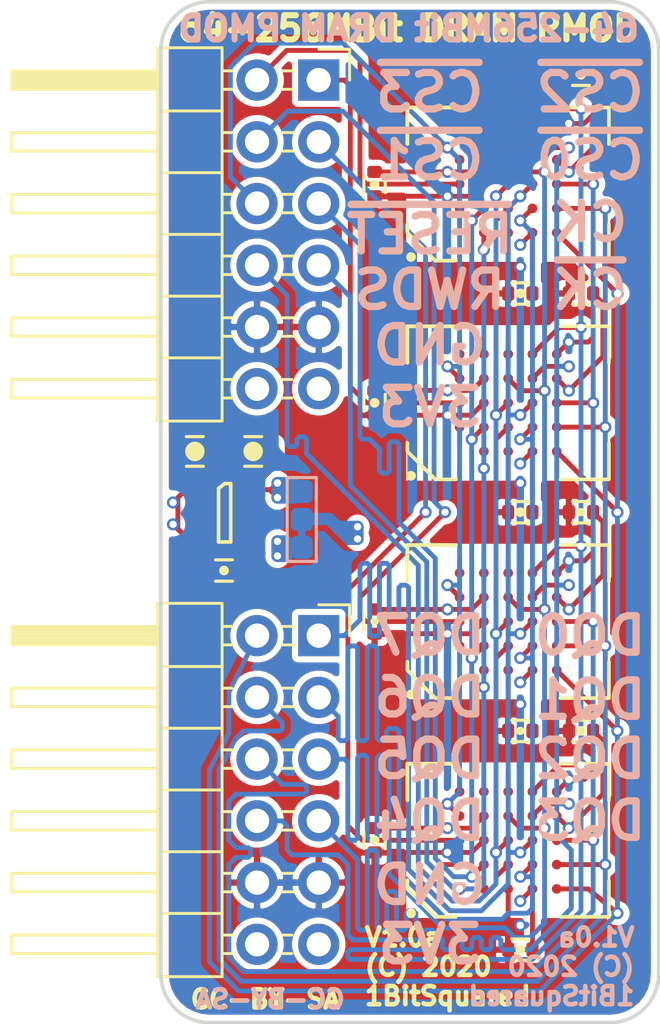
<source format=kicad_pcb>
(kicad_pcb (version 20171130) (host pcbnew 5.1.5-52549c5~84~ubuntu19.10.1)
  (title_block (title "iCEBreaker PMOD - QuadHyperram") (rev V1.0b) (company 1BitSquared) (comment 1 "2020 (C) 1BitSquared <info@1bitsquared.com>") (comment 2 "2020 (C) Piotr Esden-Tempski <piotr@esden.net>") (comment 3 "License: CC-BY-SA 4.0"))
  (layers (0 F.Cu signal) (1 In1.Cu signal) (2 In2.Cu signal) (31 B.Cu signal) (34 B.Paste user) (35 F.Paste user) (36 B.SilkS user) (37 F.SilkS user) (38 B.Mask user) (39 F.Mask user) (44 Edge.Cuts user))
  (net 0 "")
  (net 1 GND)
  (net 2 /~CK)
  (net 3 +3V3)
  (net 4 /DQ7)
  (net 5 "Net-(U1-PadA2)")
  (net 6 /CK)
  (net 7 "Net-(U1-PadC2)")
  (net 8 /DQ1)
  (net 9 /DQ6)
  (net 10 /RWDS)
  (net 11 /DQ0)
  (net 12 /DQ5)
  (net 13 /~RESET)
  (net 14 /DQ2)
  (net 15 /DQ3)
  (net 16 "Net-(U1-PadA5)")
  (net 17 "Net-(U1-PadB5)")
  (net 18 "Net-(U1-PadC5)")
  (net 19 /DQ4)
  (net 20 /~CS1)
  (net 21 /~CS3)
  (net 22 /~CS2)
  (net 23 /~CS0)
  (net 24 "Net-(U2-PadC5)")
  (net 25 "Net-(U2-PadB5)")
  (net 26 "Net-(U2-PadA5)")
  (net 27 "Net-(U2-PadC2)")
  (net 28 "Net-(U2-PadA2)")
  (net 29 "Net-(U3-PadC5)")
  (net 30 "Net-(U3-PadB5)")
  (net 31 "Net-(U3-PadA5)")
  (net 32 "Net-(U3-PadC2)")
  (net 33 "Net-(U3-PadA2)")
  (net 34 "Net-(U4-PadC5)")
  (net 35 "Net-(U4-PadB5)")
  (net 36 "Net-(U4-PadA5)")
  (net 37 "Net-(U4-PadC2)")
  (net 38 "Net-(U4-PadA2)")
  (net 39 VCC)
  (net 40 "Net-(C14-Pad1)")
  (net 41 +1V8)
  (module pkl_housings_sot:SOT-23-5 (layer F.Cu) (at 40.125 44.025 180)
    (fp_text reference U5)
    (fp_text value VREG_1V8)
    (pad 5 smd roundrect (at -1.1 0.95) (size 1.06 0.65) (layers F.Cu F.Paste F.Mask) (net 41 +1V8))
    (pad 4 smd roundrect (at -1.1 -0.95) (size 1.06 0.65) (layers F.Cu F.Paste F.Mask) (net 40 "Net-(C14-Pad1)"))
    (pad 3 smd roundrect (at 1.1 -0.95) (size 1.06 0.65) (layers F.Cu F.Paste F.Mask) (net 3 +3V3))
    (pad 2 smd roundrect (at 1.1 0) (size 1.06 0.65) (layers F.Cu F.Paste F.Mask) (net 1 GND))
    (pad 1 smd roundrect (at 1.1 0.95) (size 1.06 0.65) (layers F.Cu F.Paste F.Mask) (net 3 +3V3))
  )
  (module pkl_jumpers:J_NCNO_0903_30 (layer B.Cu) (at 43.3 44.3 90)
    (fp_text reference J3)
    (fp_text value vcc_sel)
    (fp_line (start -0.775 0) (end -0.375 0) (layer B.Cu) (width 0.3))
    (pad 3 smd roundrect (at 1.15 0 90) (size 0.95 0.9) (layers B.Cu B.Mask) (net 41 +1V8))
    (pad 2 smd roundrect (at 0 0 90) (size 0.95 0.9) (layers B.Cu B.Mask) (net 39 VCC))
    (pad 1 smd roundrect (at -1.15 0 90) (size 0.95 0.9) (layers B.Cu B.Mask) (net 3 +3V3))
  )
  (module pkl_dipol:C_0603 (layer F.Cu) (at 41.3 41.5 180)
    (fp_text reference C15)
    (fp_text value 4u7)
    (pad 2 smd roundrect (at 0.75 0 180) (size 0.6 0.9) (layers F.Cu F.Paste F.Mask) (net 1 GND))
    (pad 1 smd roundrect (at -0.75 0 180) (size 0.6 0.9) (layers F.Cu F.Paste F.Mask) (net 41 +1V8))
  )
  (module pkl_dipol:C_0402 (layer F.Cu) (at 40.1 46.4 180)
    (fp_text reference C14)
    (fp_text value 470p)
    (pad 2 smd roundrect (at 0.5 0 180) (size 0.5 0.6) (layers F.Cu F.Paste F.Mask) (net 1 GND))
    (pad 1 smd roundrect (at -0.5 0 180) (size 0.5 0.6) (layers F.Cu F.Paste F.Mask) (net 40 "Net-(C14-Pad1)"))
  )
  (module pkl_dipol:C_0603 (layer F.Cu) (at 38.9 41.5)
    (fp_text reference C13)
    (fp_text value 4u7)
    (pad 2 smd roundrect (at 0.75 0) (size 0.6 0.9) (layers F.Cu F.Paste F.Mask) (net 1 GND))
    (pad 1 smd roundrect (at -0.75 0) (size 0.6 0.9) (layers F.Cu F.Paste F.Mask) (net 3 +3V3))
  )
  (module pkl_housings_bga:BGA-24_5x5_6.0x8.0mm (layer F.Cu) (at 51.8 57.5 90)
    (fp_text reference U1)
    (fp_text value S70KL1281)
    (pad E5 smd circle (at 2 2 90) (size 0.4 0.4) (layers F.Cu F.Paste F.Mask) (net 1 GND))
    (pad D5 smd circle (at 2 1 90) (size 0.4 0.4) (layers F.Cu F.Paste F.Mask) (net 19 /DQ4))
    (pad C5 smd circle (at 2 0 90) (size 0.4 0.4) (layers F.Cu F.Paste F.Mask) (net 18 "Net-(U1-PadC5)"))
    (pad B5 smd circle (at 2 -1 90) (size 0.4 0.4) (layers F.Cu F.Paste F.Mask) (net 17 "Net-(U1-PadB5)"))
    (pad A5 smd circle (at 2 -2 90) (size 0.4 0.4) (layers F.Cu F.Paste F.Mask) (net 16 "Net-(U1-PadA5)"))
    (pad E4 smd circle (at 1 2 90) (size 0.4 0.4) (layers F.Cu F.Paste F.Mask) (net 39 VCC))
    (pad D4 smd circle (at 1 1 90) (size 0.4 0.4) (layers F.Cu F.Paste F.Mask) (net 15 /DQ3))
    (pad C4 smd circle (at 1 0 90) (size 0.4 0.4) (layers F.Cu F.Paste F.Mask) (net 14 /DQ2))
    (pad B4 smd circle (at 1 -1 90) (size 0.4 0.4) (layers F.Cu F.Paste F.Mask) (net 39 VCC))
    (pad A4 smd circle (at 1 -2 90) (size 0.4 0.4) (layers F.Cu F.Paste F.Mask) (net 13 /~RESET))
    (pad E3 smd circle (at 0 2 90) (size 0.4 0.4) (layers F.Cu F.Paste F.Mask) (net 12 /DQ5))
    (pad D3 smd circle (at 0 1 90) (size 0.4 0.4) (layers F.Cu F.Paste F.Mask) (net 11 /DQ0))
    (pad C3 smd circle (at 0 0 90) (size 0.4 0.4) (layers F.Cu F.Paste F.Mask) (net 10 /RWDS))
    (pad B3 smd circle (at 0 -1 90) (size 0.4 0.4) (layers F.Cu F.Paste F.Mask) (net 1 GND))
    (pad A3 smd circle (at 0 -2 90) (size 0.4 0.4) (layers F.Cu F.Paste F.Mask) (net 23 /~CS0))
    (pad E2 smd circle (at -1 2 90) (size 0.4 0.4) (layers F.Cu F.Paste F.Mask) (net 9 /DQ6))
    (pad D2 smd circle (at -1 1 90) (size 0.4 0.4) (layers F.Cu F.Paste F.Mask) (net 8 /DQ1))
    (pad C2 smd circle (at -1 0 90) (size 0.4 0.4) (layers F.Cu F.Paste F.Mask) (net 7 "Net-(U1-PadC2)"))
    (pad B2 smd circle (at -1 -1 90) (size 0.4 0.4) (layers F.Cu F.Paste F.Mask) (net 6 /CK))
    (pad A2 smd circle (at -1 -2 90) (size 0.4 0.4) (layers F.Cu F.Paste F.Mask) (net 5 "Net-(U1-PadA2)"))
    (pad E1 smd circle (at -2 2 90) (size 0.4 0.4) (layers F.Cu F.Paste F.Mask) (net 4 /DQ7))
    (pad D1 smd circle (at -2 1 90) (size 0.4 0.4) (layers F.Cu F.Paste F.Mask) (net 39 VCC))
    (pad C1 smd circle (at -2 0 90) (size 0.4 0.4) (layers F.Cu F.Paste F.Mask) (net 1 GND))
    (pad B1 smd circle (at -2 -1 90) (size 0.4 0.4) (layers F.Cu F.Paste F.Mask) (net 2 /~CK))
  )
  (module pkl_housings_bga:BGA-24_5x5_6.0x8.0mm (layer F.Cu) (at 51.8 39.5 90)
    (fp_text reference U3)
    (fp_text value S70KL1281)
    (pad E5 smd circle (at 2 2 90) (size 0.4 0.4) (layers F.Cu F.Paste F.Mask) (net 1 GND))
    (pad D5 smd circle (at 2 1 90) (size 0.4 0.4) (layers F.Cu F.Paste F.Mask) (net 19 /DQ4))
    (pad C5 smd circle (at 2 0 90) (size 0.4 0.4) (layers F.Cu F.Paste F.Mask) (net 29 "Net-(U3-PadC5)"))
    (pad B5 smd circle (at 2 -1 90) (size 0.4 0.4) (layers F.Cu F.Paste F.Mask) (net 30 "Net-(U3-PadB5)"))
    (pad A5 smd circle (at 2 -2 90) (size 0.4 0.4) (layers F.Cu F.Paste F.Mask) (net 31 "Net-(U3-PadA5)"))
    (pad E4 smd circle (at 1 2 90) (size 0.4 0.4) (layers F.Cu F.Paste F.Mask) (net 39 VCC))
    (pad D4 smd circle (at 1 1 90) (size 0.4 0.4) (layers F.Cu F.Paste F.Mask) (net 15 /DQ3))
    (pad C4 smd circle (at 1 0 90) (size 0.4 0.4) (layers F.Cu F.Paste F.Mask) (net 14 /DQ2))
    (pad B4 smd circle (at 1 -1 90) (size 0.4 0.4) (layers F.Cu F.Paste F.Mask) (net 39 VCC))
    (pad A4 smd circle (at 1 -2 90) (size 0.4 0.4) (layers F.Cu F.Paste F.Mask) (net 13 /~RESET))
    (pad E3 smd circle (at 0 2 90) (size 0.4 0.4) (layers F.Cu F.Paste F.Mask) (net 12 /DQ5))
    (pad D3 smd circle (at 0 1 90) (size 0.4 0.4) (layers F.Cu F.Paste F.Mask) (net 11 /DQ0))
    (pad C3 smd circle (at 0 0 90) (size 0.4 0.4) (layers F.Cu F.Paste F.Mask) (net 10 /RWDS))
    (pad B3 smd circle (at 0 -1 90) (size 0.4 0.4) (layers F.Cu F.Paste F.Mask) (net 1 GND))
    (pad A3 smd circle (at 0 -2 90) (size 0.4 0.4) (layers F.Cu F.Paste F.Mask) (net 22 /~CS2))
    (pad E2 smd circle (at -1 2 90) (size 0.4 0.4) (layers F.Cu F.Paste F.Mask) (net 9 /DQ6))
    (pad D2 smd circle (at -1 1 90) (size 0.4 0.4) (layers F.Cu F.Paste F.Mask) (net 8 /DQ1))
    (pad C2 smd circle (at -1 0 90) (size 0.4 0.4) (layers F.Cu F.Paste F.Mask) (net 32 "Net-(U3-PadC2)"))
    (pad B2 smd circle (at -1 -1 90) (size 0.4 0.4) (layers F.Cu F.Paste F.Mask) (net 6 /CK))
    (pad A2 smd circle (at -1 -2 90) (size 0.4 0.4) (layers F.Cu F.Paste F.Mask) (net 33 "Net-(U3-PadA2)"))
    (pad E1 smd circle (at -2 2 90) (size 0.4 0.4) (layers F.Cu F.Paste F.Mask) (net 4 /DQ7))
    (pad D1 smd circle (at -2 1 90) (size 0.4 0.4) (layers F.Cu F.Paste F.Mask) (net 39 VCC))
    (pad C1 smd circle (at -2 0 90) (size 0.4 0.4) (layers F.Cu F.Paste F.Mask) (net 1 GND))
    (pad B1 smd circle (at -2 -1 90) (size 0.4 0.4) (layers F.Cu F.Paste F.Mask) (net 2 /~CK))
  )
  (module pkl_housings_bga:BGA-24_5x5_6.0x8.0mm (layer F.Cu) (at 51.8 30.5 90)
    (fp_text reference U4)
    (fp_text value S70KL1281)
    (pad E5 smd circle (at 2 2 90) (size 0.4 0.4) (layers F.Cu F.Paste F.Mask) (net 1 GND))
    (pad D5 smd circle (at 2 1 90) (size 0.4 0.4) (layers F.Cu F.Paste F.Mask) (net 19 /DQ4))
    (pad C5 smd circle (at 2 0 90) (size 0.4 0.4) (layers F.Cu F.Paste F.Mask) (net 34 "Net-(U4-PadC5)"))
    (pad B5 smd circle (at 2 -1 90) (size 0.4 0.4) (layers F.Cu F.Paste F.Mask) (net 35 "Net-(U4-PadB5)"))
    (pad A5 smd circle (at 2 -2 90) (size 0.4 0.4) (layers F.Cu F.Paste F.Mask) (net 36 "Net-(U4-PadA5)"))
    (pad E4 smd circle (at 1 2 90) (size 0.4 0.4) (layers F.Cu F.Paste F.Mask) (net 39 VCC))
    (pad D4 smd circle (at 1 1 90) (size 0.4 0.4) (layers F.Cu F.Paste F.Mask) (net 15 /DQ3))
    (pad C4 smd circle (at 1 0 90) (size 0.4 0.4) (layers F.Cu F.Paste F.Mask) (net 14 /DQ2))
    (pad B4 smd circle (at 1 -1 90) (size 0.4 0.4) (layers F.Cu F.Paste F.Mask) (net 39 VCC))
    (pad A4 smd circle (at 1 -2 90) (size 0.4 0.4) (layers F.Cu F.Paste F.Mask) (net 13 /~RESET))
    (pad E3 smd circle (at 0 2 90) (size 0.4 0.4) (layers F.Cu F.Paste F.Mask) (net 12 /DQ5))
    (pad D3 smd circle (at 0 1 90) (size 0.4 0.4) (layers F.Cu F.Paste F.Mask) (net 11 /DQ0))
    (pad C3 smd circle (at 0 0 90) (size 0.4 0.4) (layers F.Cu F.Paste F.Mask) (net 10 /RWDS))
    (pad B3 smd circle (at 0 -1 90) (size 0.4 0.4) (layers F.Cu F.Paste F.Mask) (net 1 GND))
    (pad A3 smd circle (at 0 -2 90) (size 0.4 0.4) (layers F.Cu F.Paste F.Mask) (net 21 /~CS3))
    (pad E2 smd circle (at -1 2 90) (size 0.4 0.4) (layers F.Cu F.Paste F.Mask) (net 9 /DQ6))
    (pad D2 smd circle (at -1 1 90) (size 0.4 0.4) (layers F.Cu F.Paste F.Mask) (net 8 /DQ1))
    (pad C2 smd circle (at -1 0 90) (size 0.4 0.4) (layers F.Cu F.Paste F.Mask) (net 37 "Net-(U4-PadC2)"))
    (pad B2 smd circle (at -1 -1 90) (size 0.4 0.4) (layers F.Cu F.Paste F.Mask) (net 6 /CK))
    (pad A2 smd circle (at -1 -2 90) (size 0.4 0.4) (layers F.Cu F.Paste F.Mask) (net 38 "Net-(U4-PadA2)"))
    (pad E1 smd circle (at -2 2 90) (size 0.4 0.4) (layers F.Cu F.Paste F.Mask) (net 4 /DQ7))
    (pad D1 smd circle (at -2 1 90) (size 0.4 0.4) (layers F.Cu F.Paste F.Mask) (net 39 VCC))
    (pad C1 smd circle (at -2 0 90) (size 0.4 0.4) (layers F.Cu F.Paste F.Mask) (net 1 GND))
    (pad B1 smd circle (at -2 -1 90) (size 0.4 0.4) (layers F.Cu F.Paste F.Mask) (net 2 /~CK))
  )
  (module pkl_dipol:C_0402 (layer F.Cu) (at 54.8 35 180)
    (fp_text reference C9)
    (fp_text value 100n)
    (pad 2 smd roundrect (at 0.5 0 180) (size 0.5 0.6) (layers F.Cu F.Paste F.Mask) (net 1 GND))
    (pad 1 smd roundrect (at -0.5 0 180) (size 0.5 0.6) (layers F.Cu F.Paste F.Mask) (net 39 VCC))
  )
  (module pkl_dipol:C_0402 (layer F.Cu) (at 52.3 44 180)
    (fp_text reference C8)
    (fp_text value 100n)
    (pad 2 smd roundrect (at 0.5 0 180) (size 0.5 0.6) (layers F.Cu F.Paste F.Mask) (net 1 GND))
    (pad 1 smd roundrect (at -0.5 0 180) (size 0.5 0.6) (layers F.Cu F.Paste F.Mask) (net 39 VCC))
  )
  (module pkl_dipol:C_0402 (layer F.Cu) (at 46.3 39.5 270)
    (fp_text reference C7)
    (fp_text value 100n)
    (pad 2 smd roundrect (at 0.5 0 270) (size 0.5 0.6) (layers F.Cu F.Paste F.Mask) (net 1 GND))
    (pad 1 smd roundrect (at -0.5 0 270) (size 0.5 0.6) (layers F.Cu F.Paste F.Mask) (net 39 VCC))
  )
  (module pkl_dipol:C_0402 (layer F.Cu) (at 54.8 26 180)
    (fp_text reference C12)
    (fp_text value 100n)
    (pad 2 smd roundrect (at 0.5 0 180) (size 0.5 0.6) (layers F.Cu F.Paste F.Mask) (net 1 GND))
    (pad 1 smd roundrect (at -0.5 0 180) (size 0.5 0.6) (layers F.Cu F.Paste F.Mask) (net 39 VCC))
  )
  (module pkl_dipol:C_0402 (layer F.Cu) (at 52.3 35 180)
    (fp_text reference C11)
    (fp_text value 100n)
    (pad 2 smd roundrect (at 0.5 0 180) (size 0.5 0.6) (layers F.Cu F.Paste F.Mask) (net 1 GND))
    (pad 1 smd roundrect (at -0.5 0 180) (size 0.5 0.6) (layers F.Cu F.Paste F.Mask) (net 39 VCC))
  )
  (module pkl_dipol:C_0402 (layer F.Cu) (at 46.3 30.5 270)
    (fp_text reference C10)
    (fp_text value 100n)
    (pad 2 smd roundrect (at 0.5 0 270) (size 0.5 0.6) (layers F.Cu F.Paste F.Mask) (net 1 GND))
    (pad 1 smd roundrect (at -0.5 0 270) (size 0.5 0.6) (layers F.Cu F.Paste F.Mask) (net 39 VCC))
  )
  (module pkl_dipol:C_0402 (layer F.Cu) (at 54.8 53 180)
    (fp_text reference C3)
    (fp_text value 100n)
    (pad 2 smd roundrect (at 0.5 0 180) (size 0.5 0.6) (layers F.Cu F.Paste F.Mask) (net 1 GND))
    (pad 1 smd roundrect (at -0.5 0 180) (size 0.5 0.6) (layers F.Cu F.Paste F.Mask) (net 39 VCC))
  )
  (module pkl_dipol:C_0402 (layer F.Cu) (at 52.3 62 180)
    (fp_text reference C2)
    (fp_text value 100n)
    (pad 2 smd roundrect (at 0.5 0 180) (size 0.5 0.6) (layers F.Cu F.Paste F.Mask) (net 1 GND))
    (pad 1 smd roundrect (at -0.5 0 180) (size 0.5 0.6) (layers F.Cu F.Paste F.Mask) (net 39 VCC))
  )
  (module pkl_dipol:C_0402 (layer F.Cu) (at 46.3 57.5 270)
    (fp_text reference C1)
    (fp_text value 100n)
    (pad 2 smd roundrect (at 0.5 0 270) (size 0.5 0.6) (layers F.Cu F.Paste F.Mask) (net 1 GND))
    (pad 1 smd roundrect (at -0.5 0 270) (size 0.5 0.6) (layers F.Cu F.Paste F.Mask) (net 39 VCC))
  )
  (module pkl_housings_bga:BGA-24_5x5_6.0x8.0mm (layer F.Cu) (at 51.8 48.5 90)
    (fp_text reference U2)
    (fp_text value S70KL1281)
    (pad B1 smd circle (at -2 -1 90) (size 0.4 0.4) (layers F.Cu F.Paste F.Mask) (net 2 /~CK))
    (pad C1 smd circle (at -2 0 90) (size 0.4 0.4) (layers F.Cu F.Paste F.Mask) (net 1 GND))
    (pad D1 smd circle (at -2 1 90) (size 0.4 0.4) (layers F.Cu F.Paste F.Mask) (net 39 VCC))
    (pad E1 smd circle (at -2 2 90) (size 0.4 0.4) (layers F.Cu F.Paste F.Mask) (net 4 /DQ7))
    (pad A2 smd circle (at -1 -2 90) (size 0.4 0.4) (layers F.Cu F.Paste F.Mask) (net 28 "Net-(U2-PadA2)"))
    (pad B2 smd circle (at -1 -1 90) (size 0.4 0.4) (layers F.Cu F.Paste F.Mask) (net 6 /CK))
    (pad C2 smd circle (at -1 0 90) (size 0.4 0.4) (layers F.Cu F.Paste F.Mask) (net 27 "Net-(U2-PadC2)"))
    (pad D2 smd circle (at -1 1 90) (size 0.4 0.4) (layers F.Cu F.Paste F.Mask) (net 8 /DQ1))
    (pad E2 smd circle (at -1 2 90) (size 0.4 0.4) (layers F.Cu F.Paste F.Mask) (net 9 /DQ6))
    (pad A3 smd circle (at 0 -2 90) (size 0.4 0.4) (layers F.Cu F.Paste F.Mask) (net 20 /~CS1))
    (pad B3 smd circle (at 0 -1 90) (size 0.4 0.4) (layers F.Cu F.Paste F.Mask) (net 1 GND))
    (pad C3 smd circle (at 0 0 90) (size 0.4 0.4) (layers F.Cu F.Paste F.Mask) (net 10 /RWDS))
    (pad D3 smd circle (at 0 1 90) (size 0.4 0.4) (layers F.Cu F.Paste F.Mask) (net 11 /DQ0))
    (pad E3 smd circle (at 0 2 90) (size 0.4 0.4) (layers F.Cu F.Paste F.Mask) (net 12 /DQ5))
    (pad A4 smd circle (at 1 -2 90) (size 0.4 0.4) (layers F.Cu F.Paste F.Mask) (net 13 /~RESET))
    (pad B4 smd circle (at 1 -1 90) (size 0.4 0.4) (layers F.Cu F.Paste F.Mask) (net 39 VCC))
    (pad C4 smd circle (at 1 0 90) (size 0.4 0.4) (layers F.Cu F.Paste F.Mask) (net 14 /DQ2))
    (pad D4 smd circle (at 1 1 90) (size 0.4 0.4) (layers F.Cu F.Paste F.Mask) (net 15 /DQ3))
    (pad E4 smd circle (at 1 2 90) (size 0.4 0.4) (layers F.Cu F.Paste F.Mask) (net 39 VCC))
    (pad A5 smd circle (at 2 -2 90) (size 0.4 0.4) (layers F.Cu F.Paste F.Mask) (net 26 "Net-(U2-PadA5)"))
    (pad B5 smd circle (at 2 -1 90) (size 0.4 0.4) (layers F.Cu F.Paste F.Mask) (net 25 "Net-(U2-PadB5)"))
    (pad C5 smd circle (at 2 0 90) (size 0.4 0.4) (layers F.Cu F.Paste F.Mask) (net 24 "Net-(U2-PadC5)"))
    (pad D5 smd circle (at 2 1 90) (size 0.4 0.4) (layers F.Cu F.Paste F.Mask) (net 19 /DQ4))
    (pad E5 smd circle (at 2 2 90) (size 0.4 0.4) (layers F.Cu F.Paste F.Mask) (net 1 GND))
  )
  (module pkl_dipol:C_0402 (layer F.Cu) (at 54.8 44 180)
    (fp_text reference C6)
    (fp_text value 100n)
    (pad 1 smd roundrect (at -0.5 0 180) (size 0.5 0.6) (layers F.Cu F.Paste F.Mask) (net 39 VCC))
    (pad 2 smd roundrect (at 0.5 0 180) (size 0.5 0.6) (layers F.Cu F.Paste F.Mask) (net 1 GND))
  )
  (module pkl_dipol:C_0402 (layer F.Cu) (at 52.3 53 180)
    (fp_text reference C5)
    (fp_text value 100n)
    (pad 2 smd roundrect (at 0.5 0 180) (size 0.5 0.6) (layers F.Cu F.Paste F.Mask) (net 1 GND))
    (pad 1 smd roundrect (at -0.5 0 180) (size 0.5 0.6) (layers F.Cu F.Paste F.Mask) (net 39 VCC))
  )
  (module pkl_dipol:C_0402 (layer F.Cu) (at 46.3 48.5 270)
    (fp_text reference C4)
    (fp_text value 100n)
    (pad 1 smd roundrect (at -0.5 0 270) (size 0.5 0.6) (layers F.Cu F.Paste F.Mask) (net 39 VCC))
    (pad 2 smd roundrect (at 0.5 0 270) (size 0.5 0.6) (layers F.Cu F.Paste F.Mask) (net 1 GND))
  )
  (module pkl_connectors:PMODHeader_2x06_P2.54mm_Horizontal (layer F.Cu) (at 44 38.92 180)
    (fp_text reference J1)
    (fp_text value PMOD)
    (pad 7 thru_hole circle (at 2.54 12.7 180) (size 1.7 1.7) (drill 1) (layers *.Cu *.Mask) (net 21 /~CS3))
    (pad 1 thru_hole rect (at 0 12.7 180) (size 1.7 1.7) (drill 1) (layers *.Cu *.Mask) (net 22 /~CS2))
    (pad 8 thru_hole oval (at 2.54 10.16 180) (size 1.7 1.7) (drill 1) (layers *.Cu *.Mask) (net 20 /~CS1))
    (pad 2 thru_hole oval (at 0 10.16 180) (size 1.7 1.7) (drill 1) (layers *.Cu *.Mask) (net 23 /~CS0))
    (pad 9 thru_hole oval (at 2.54 7.62 180) (size 1.7 1.7) (drill 1) (layers *.Cu *.Mask) (net 13 /~RESET))
    (pad 3 thru_hole oval (at 0 7.62 180) (size 1.7 1.7) (drill 1) (layers *.Cu *.Mask) (net 6 /CK))
    (pad 10 thru_hole oval (at 2.54 5.08 180) (size 1.7 1.7) (drill 1) (layers *.Cu *.Mask) (net 10 /RWDS))
    (pad 4 thru_hole oval (at 0 5.08 180) (size 1.7 1.7) (drill 1) (layers *.Cu *.Mask) (net 2 /~CK))
    (pad 11 thru_hole oval (at 2.54 2.54 180) (size 1.7 1.7) (drill 1) (layers *.Cu *.Mask) (net 1 GND))
    (pad 5 thru_hole oval (at 0 2.54 180) (size 1.7 1.7) (drill 1) (layers *.Cu *.Mask) (net 1 GND))
    (pad 12 thru_hole oval (at 2.54 0 180) (size 1.7 1.7) (drill 1) (layers *.Cu *.Mask) (net 3 +3V3))
    (pad 6 thru_hole circle (at 0 0 180) (size 1.7 1.7) (drill 1) (layers *.Cu *.Mask) (net 3 +3V3))
  )
  (module pkl_connectors:PMODHeader_2x06_P2.54mm_Horizontal (layer F.Cu) (at 44 61.78 180)
    (fp_text reference J2)
    (fp_text value PMOD)
    (pad 6 thru_hole circle (at 0 0 180) (size 1.7 1.7) (drill 1) (layers *.Cu *.Mask) (net 3 +3V3))
    (pad 12 thru_hole oval (at 2.54 0 180) (size 1.7 1.7) (drill 1) (layers *.Cu *.Mask) (net 3 +3V3))
    (pad 5 thru_hole oval (at 0 2.54 180) (size 1.7 1.7) (drill 1) (layers *.Cu *.Mask) (net 1 GND))
    (pad 11 thru_hole oval (at 2.54 2.54 180) (size 1.7 1.7) (drill 1) (layers *.Cu *.Mask) (net 1 GND))
    (pad 4 thru_hole oval (at 0 5.08 180) (size 1.7 1.7) (drill 1) (layers *.Cu *.Mask) (net 15 /DQ3))
    (pad 10 thru_hole oval (at 2.54 5.08 180) (size 1.7 1.7) (drill 1) (layers *.Cu *.Mask) (net 19 /DQ4))
    (pad 3 thru_hole oval (at 0 7.62 180) (size 1.7 1.7) (drill 1) (layers *.Cu *.Mask) (net 14 /DQ2))
    (pad 9 thru_hole oval (at 2.54 7.62 180) (size 1.7 1.7) (drill 1) (layers *.Cu *.Mask) (net 12 /DQ5))
    (pad 2 thru_hole oval (at 0 10.16 180) (size 1.7 1.7) (drill 1) (layers *.Cu *.Mask) (net 8 /DQ1))
    (pad 8 thru_hole oval (at 2.54 10.16 180) (size 1.7 1.7) (drill 1) (layers *.Cu *.Mask) (net 9 /DQ6))
    (pad 1 thru_hole rect (at 0 12.7 180) (size 1.7 1.7) (drill 1) (layers *.Cu *.Mask) (net 11 /DQ0))
    (pad 7 thru_hole circle (at 2.54 12.7 180) (size 1.7 1.7) (drill 1) (layers *.Cu *.Mask) (net 4 /DQ7))
  )
  (gr_text "V1.0a\n(C) 2020\n1BitSquared" (at 57.1 62.7) (layer B.SilkS) (effects (font (size 0.75 0.75) (thickness 0.1875)) (justify left mirror)))
  (gr_text DQ1 (at 55.176 51.72) (layer B.SilkS) (effects (font (size 1.5 1.5) (thickness 0.3)) (justify mirror)))
  (gr_text ~CK (at 55.176 34.856) (layer B.SilkS) (effects (font (size 1.5 1.5) (thickness 0.3)) (justify mirror)))
  (gr_text DQ6 (at 48.572 51.62) (layer B.SilkS) (effects (font (size 1.5 1.5) (thickness 0.3)) (justify mirror)))
  (gr_text ~CS1 (at 48.572 29.522) (layer B.SilkS) (effects (font (size 1.5 1.5) (thickness 0.3)) (justify mirror)))
  (gr_text CK (at 55.176 32.062) (layer B.SilkS) (effects (font (size 1.5 1.5) (thickness 0.3)) (justify mirror)))
  (gr_text DQ5 (at 48.572 54.16) (layer B.SilkS) (effects (font (size 1.5 1.5) (thickness 0.3)) (justify mirror)))
  (gr_text DQ0 (at 55.176 49.08) (layer B.SilkS) (effects (font (size 1.5 1.5) (thickness 0.3)) (justify mirror)))
  (gr_text DQ7 (at 48.572 49.08) (layer B.SilkS) (effects (font (size 1.5 1.5) (thickness 0.3)) (justify mirror)))
  (gr_text DQ3 (at 55.176 56.7) (layer B.SilkS) (effects (font (size 1.5 1.5) (thickness 0.3)) (justify mirror)))
  (gr_text RWDS (at 48.572 34.856) (layer B.SilkS) (effects (font (size 1.5 1.5) (thickness 0.3)) (justify mirror)))
  (gr_text ~RESET (at 48.572 32.57) (layer B.SilkS) (effects (font (size 1.5 1.5) (thickness 0.3)) (justify mirror)))
  (gr_text GND (at 48.572 59.34) (layer B.SilkS) (effects (font (size 1.5 1.5) (thickness 0.3)) (justify mirror)))
  (gr_text 3V3 (at 48.572 61.78) (layer B.SilkS) (effects (font (size 1.5 1.5) (thickness 0.3)) (justify mirror)))
  (gr_text ~CS2 (at 55.176 26.728) (layer B.SilkS) (effects (font (size 1.5 1.5) (thickness 0.3)) (justify mirror)))
  (gr_text DQ4 (at 48.572 56.7) (layer B.SilkS) (effects (font (size 1.5 1.5) (thickness 0.3)) (justify mirror)))
  (gr_text 3V3 (at 48.572 39.682) (layer B.SilkS) (effects (font (size 1.5 1.5) (thickness 0.3)) (justify mirror)))
  (gr_text DQ2 (at 55.176 54.16) (layer B.SilkS) (effects (font (size 1.5 1.5) (thickness 0.3)) (justify mirror)))
  (gr_text ~CS0 (at 55.176 29.522) (layer B.SilkS) (effects (font (size 1.5 1.5) (thickness 0.3)) (justify mirror)))
  (gr_text ~CS3 (at 48.572 26.728) (layer B.SilkS) (effects (font (size 1.5 1.5) (thickness 0.3)) (justify mirror)))
  (gr_text GND (at 48.572 37.142) (layer B.SilkS) (effects (font (size 1.5 1.5) (thickness 0.3)) (justify mirror)))
  (gr_text CC-BY-SA (at 42 64.04) (layer B.SilkS) (effects (font (size 0.75 0.75) (thickness 0.1875)) (justify mirror)))
  (gr_text CC-BY-SA (at 41.8 64.04) (layer F.SilkS) (effects (font (size 0.75 0.75) (thickness 0.1875))))
  (gr_text "V1.0a\n(C) 2020\n1BitSquared" (at 45.8 62.7) (layer F.SilkS) (effects (font (size 0.75 0.75) (thickness 0.1875)) (justify left)))
  (gr_text "64-256MBit DRAM PMOD" (at 47.7 24.1) (layer B.SilkS) (effects (font (size 1 1) (thickness 0.25)) (justify mirror)))
  (gr_text "64-256MBit DRAM PMOD" (at 47.7 24.1) (layer F.SilkS) (effects (font (size 1 1) (thickness 0.25))))
  (gr_arc (start 56 25) (end 58 25) (angle -90) (layer Edge.Cuts) (width 0.15))
  (gr_arc (start 39.5 25) (end 39.5 23) (angle -90) (layer Edge.Cuts) (width 0.15))
  (gr_arc (start 39.5 63) (end 37.5 63) (angle -90) (layer Edge.Cuts) (width 0.15))
  (gr_arc (start 56 63) (end 56 65) (angle -90) (layer Edge.Cuts) (width 0.15))
  (gr_line (start 58 25) (end 58 63) (layer Edge.Cuts) (width 0.15))
  (gr_line (start 39.5 23) (end 56 23) (layer Edge.Cuts) (width 0.15))
  (gr_line (start 37.5 63) (end 37.5 25) (layer Edge.Cuts) (width 0.15))
  (gr_line (start 56 65) (end 39.5 65) (layer Edge.Cuts) (width 0.15))
  (segment (start 51.8 42) (end 51.8 42.2) (width 0.2) (layer F.Cu) (net 1))
  (segment (start 51.8 41.5) (end 51.8 42) (width 0.2) (layer F.Cu) (net 1))
  (segment (start 53.8 37.5) (end 54.3 37) (width 0.2) (layer F.Cu) (net 1))
  (via (at 54.3 36.99999) (size 0.5) (drill 0.3) (layers F.Cu B.Cu) (net 1))
  (segment (start 54.3 37) (end 54.3 36.99999) (width 0.2) (layer F.Cu) (net 1))
  (segment (start 54.2 35) (end 54.3 35.1) (width 0.2) (layer F.Cu) (net 1))
  (segment (start 51.8 33) (end 51.8 32.5) (width 0.2) (layer F.Cu) (net 1))
  (via (at 49.3 31) (size 0.5) (drill 0.3) (layers F.Cu B.Cu) (net 1))
  (segment (start 50.8 30.5) (end 50.3 31) (width 0.2) (layer F.Cu) (net 1))
  (segment (start 50.3 31) (end 49.3 31) (width 0.2) (layer F.Cu) (net 1))
  (segment (start 46.3 31) (end 49.3 31) (width 0.2) (layer F.Cu) (net 1))
  (segment (start 48.953022 40.008243) (end 49.306575 40.008243) (width 0.2) (layer F.Cu) (net 1))
  (segment (start 46.6 40) (end 46.608243 40.008243) (width 0.2) (layer F.Cu) (net 1))
  (segment (start 46.608243 40.008243) (end 48.953022 40.008243) (width 0.2) (layer F.Cu) (net 1))
  (segment (start 50.8 39.5) (end 50.291757 40.008243) (width 0.2) (layer F.Cu) (net 1))
  (via (at 49.306575 40.008243) (size 0.5) (drill 0.3) (layers F.Cu B.Cu) (net 1))
  (segment (start 50.291757 40.008243) (end 49.306575 40.008243) (width 0.2) (layer F.Cu) (net 1))
  (segment (start 46.3 40) (end 46.6 40) (width 0.2) (layer F.Cu) (net 1))
  (via (at 54.3 46) (size 0.5) (drill 0.3) (layers F.Cu B.Cu) (net 1))
  (segment (start 53.8 46.5) (end 54.3 46) (width 0.2) (layer F.Cu) (net 1))
  (segment (start 51.8 50.5) (end 51.8 51) (width 0.2) (layer F.Cu) (net 1))
  (via (at 49.3 49) (size 0.5) (drill 0.3) (layers F.Cu B.Cu) (net 1))
  (segment (start 50.8 48.5) (end 50.3 49) (width 0.2) (layer F.Cu) (net 1))
  (segment (start 50.3 49) (end 49.3 49) (width 0.2) (layer F.Cu) (net 1))
  (via (at 54.3 55) (size 0.5) (drill 0.3) (layers F.Cu B.Cu) (net 1))
  (segment (start 53.8 55.5) (end 54.3 55) (width 0.2) (layer F.Cu) (net 1))
  (via (at 49.3 58) (size 0.5) (drill 0.3) (layers F.Cu B.Cu) (net 1))
  (segment (start 50.8 57.5) (end 50.3 58) (width 0.2) (layer F.Cu) (net 1))
  (segment (start 50.3 58) (end 49.3 58) (width 0.2) (layer F.Cu) (net 1))
  (segment (start 46.3 58) (end 49.3 58) (width 0.2) (layer F.Cu) (net 1))
  (segment (start 46.3 49) (end 49.3 49) (width 0.2) (layer F.Cu) (net 1))
  (via (at 52.3 42.8) (size 0.5) (drill 0.3) (layers F.Cu B.Cu) (net 1))
  (segment (start 51.8 42) (end 51.8 42.3) (width 0.2) (layer F.Cu) (net 1))
  (segment (start 51.8 42.8) (end 52.3 42.8) (width 0.2) (layer F.Cu) (net 1))
  (segment (start 51.8 42.8) (end 51.8 42.2) (width 0.2) (layer F.Cu) (net 1))
  (segment (start 51.8 44) (end 51.8 42.8) (width 0.2) (layer F.Cu) (net 1))
  (via (at 52.3 33.9) (size 0.5) (drill 0.3) (layers F.Cu B.Cu) (net 1))
  (segment (start 51.8 33) (end 51.8 33.4) (width 0.2) (layer F.Cu) (net 1))
  (segment (start 52.3 33.9) (end 51.8 33.9) (width 0.2) (layer F.Cu) (net 1))
  (segment (start 51.8 35) (end 51.8 33.9) (width 0.2) (layer F.Cu) (net 1))
  (segment (start 51.8 33.9) (end 51.8 33) (width 0.2) (layer F.Cu) (net 1))
  (segment (start 53.8 28.5) (end 54.292426 28.007574) (width 0.2) (layer F.Cu) (net 1))
  (via (at 54.293941 28.007574) (size 0.5) (drill 0.3) (layers F.Cu B.Cu) (net 1))
  (segment (start 54.292426 28.007574) (end 54.293941 28.007574) (width 0.2) (layer F.Cu) (net 1))
  (segment (start 55.34999 27.590012) (end 55.34999 26.7) (width 0.2) (layer F.Cu) (net 1))
  (segment (start 54.293941 28.007574) (end 54.932428 28.007574) (width 0.2) (layer F.Cu) (net 1))
  (segment (start 54.932428 28.007574) (end 55.34999 27.590012) (width 0.2) (layer F.Cu) (net 1))
  (segment (start 55.3 36.8) (end 55.3 35.7) (width 0.2) (layer F.Cu) (net 1))
  (segment (start 54.3 36.99999) (end 55.10001 36.99999) (width 0.2) (layer F.Cu) (net 1))
  (segment (start 55.10001 36.99999) (end 55.3 36.8) (width 0.2) (layer F.Cu) (net 1))
  (via (at 52.3 51.9) (size 0.5) (drill 0.3) (layers F.Cu B.Cu) (net 1))
  (segment (start 51.8 51) (end 51.8 51.4) (width 0.2) (layer F.Cu) (net 1))
  (segment (start 54.940002 46) (end 55.3 45.640002) (width 0.2) (layer F.Cu) (net 1))
  (segment (start 54.3 46) (end 54.940002 46) (width 0.2) (layer F.Cu) (net 1))
  (segment (start 55.3 45.640002) (end 55.3 44.7) (width 0.2) (layer F.Cu) (net 1))
  (segment (start 51.8 60) (end 51.8 60.4) (width 0.2) (layer F.Cu) (net 1))
  (segment (start 51.8 60) (end 51.8 59.5) (width 0.2) (layer F.Cu) (net 1))
  (segment (start 54.940002 55) (end 55.3 54.640002) (width 0.2) (layer F.Cu) (net 1))
  (segment (start 54.3 55) (end 54.940002 55) (width 0.2) (layer F.Cu) (net 1))
  (segment (start 55.3 54.640002) (end 55.3 53.7) (width 0.2) (layer F.Cu) (net 1))
  (via (at 52.3 61) (size 0.5) (drill 0.3) (layers F.Cu B.Cu) (net 1))
  (segment (start 51.8 62) (end 51.8 61) (width 0.2) (layer F.Cu) (net 1))
  (segment (start 51.8 61) (end 51.8 60) (width 0.2) (layer F.Cu) (net 1))
  (segment (start 52.3 61) (end 51.8 61) (width 0.2) (layer F.Cu) (net 1))
  (segment (start 52.3 51.9) (end 51.8 51.9) (width 0.2) (layer F.Cu) (net 1))
  (segment (start 51.8 51) (end 51.8 51.9) (width 0.2) (layer F.Cu) (net 1))
  (segment (start 51.8 51.9) (end 51.8 53) (width 0.2) (layer F.Cu) (net 1))
  (via (at 42.3 42.8) (size 0.5) (drill 0.3) (layers F.Cu B.Cu) (net 41))
  (via (at 42.3 43.4) (size 0.5) (drill 0.3) (layers F.Cu B.Cu) (net 41))
  (via (at 42.3 45.8) (size 0.5) (drill 0.3) (layers F.Cu B.Cu) (net 3))
  (segment (start 50.8 42) (end 50.8 43) (width 0.2) (layer B.Cu) (net 2))
  (segment (start 50.8 41.5) (end 50.8 42.2) (width 0.2) (layer F.Cu) (net 2))
  (segment (start 50.8 42) (end 50.8 42.2) (width 0.2) (layer B.Cu) (net 2))
  (via (at 50.8 42.2) (size 0.5) (drill 0.3) (layers F.Cu B.Cu) (net 2))
  (via (at 50.8 51.2) (size 0.5) (drill 0.3) (layers F.Cu B.Cu) (net 2))
  (segment (start 50.8 50.5) (end 50.8 51.2) (width 0.2) (layer F.Cu) (net 2))
  (segment (start 50.8 43) (end 50.8 51.2) (width 0.2) (layer B.Cu) (net 2))
  (segment (start 50.8 42) (end 50.8 38.240012) (width 0.2) (layer B.Cu) (net 2))
  (segment (start 50.799989 33.553564) (end 50.8 33.553553) (width 0.2) (layer B.Cu) (net 2))
  (segment (start 50.8 33.553553) (end 50.8 33.2) (width 0.2) (layer B.Cu) (net 2))
  (segment (start 50.799989 38.240001) (end 50.799989 33.553564) (width 0.2) (layer B.Cu) (net 2))
  (segment (start 50.8 38.240012) (end 50.799989 38.240001) (width 0.2) (layer B.Cu) (net 2))
  (segment (start 50.8 32.5) (end 50.8 33.2) (width 0.2) (layer F.Cu) (net 2))
  (via (at 50.8 33.2) (size 0.5) (drill 0.3) (layers F.Cu B.Cu) (net 2))
  (segment (start 50.8 59.5) (end 49.8 59.5) (width 0.2) (layer F.Cu) (net 2))
  (segment (start 45.3 42.894988) (end 48.449989 46.044977) (width 0.2) (layer B.Cu) (net 2))
  (segment (start 44 33.84) (end 45.3 35.14) (width 0.2) (layer B.Cu) (net 2))
  (segment (start 45.3 35.14) (end 45.3 42.894988) (width 0.2) (layer B.Cu) (net 2))
  (segment (start 49.56501 59.5) (end 49.8 59.5) (width 0.2) (layer B.Cu) (net 2))
  (segment (start 50.153553 59.5) (end 49.8 59.5) (width 0.2) (layer B.Cu) (net 2))
  (segment (start 50.8 59.3) (end 50.6 59.5) (width 0.2) (layer B.Cu) (net 2))
  (segment (start 48.449989 46.044977) (end 48.449989 58.384979) (width 0.2) (layer B.Cu) (net 2))
  (segment (start 50.8 51.2) (end 50.8 59.3) (width 0.2) (layer B.Cu) (net 2))
  (via (at 49.8 59.5) (size 0.5) (drill 0.3) (layers F.Cu B.Cu) (net 2))
  (segment (start 50.6 59.5) (end 50.153553 59.5) (width 0.2) (layer B.Cu) (net 2))
  (segment (start 48.449989 58.384979) (end 49.56501 59.5) (width 0.2) (layer B.Cu) (net 2))
  (via (at 42.3 45.2) (size 0.5) (drill 0.3) (layers F.Cu B.Cu) (net 3))
  (segment (start 42.3 45.2) (end 42.3 45.8) (width 0.5) (layer B.Cu) (net 3))
  (segment (start 42.653553 45.8) (end 42.3 45.8) (width 0.5) (layer B.Cu) (net 3))
  (segment (start 42.978543 45.47501) (end 42.653553 45.8) (width 0.5) (layer B.Cu) (net 3))
  (segment (start 42.928563 45.47501) (end 42.978543 45.47501) (width 0.2) (layer B.Cu) (net 3))
  (segment (start 42.653553 45.2) (end 42.928563 45.47501) (width 0.5) (layer B.Cu) (net 3))
  (segment (start 42.3 45.2) (end 42.653553 45.2) (width 0.5) (layer B.Cu) (net 3))
  (segment (start 38.15 42.2) (end 39.025 43.075) (width 0.2) (layer F.Cu) (net 3))
  (segment (start 38.2 44.68) (end 38.495 44.975) (width 0.2) (layer F.Cu) (net 3))
  (segment (start 38.2 43.4) (end 38.2 44.68) (width 0.2) (layer F.Cu) (net 3))
  (segment (start 39.025 43.075) (end 38.525 43.075) (width 0.2) (layer F.Cu) (net 3))
  (segment (start 38.495 44.975) (end 39.025 44.975) (width 0.2) (layer F.Cu) (net 3))
  (segment (start 38.525 43.075) (end 38.2 43.4) (width 0.2) (layer F.Cu) (net 3))
  (via (at 38 43.6) (size 0.5) (drill 0.3) (layers F.Cu B.Cu) (net 3))
  (segment (start 38.2 43.4) (end 38 43.6) (width 0.2) (layer F.Cu) (net 3))
  (via (at 38 44.5) (size 0.5) (drill 0.3) (layers F.Cu B.Cu) (net 3))
  (segment (start 39.025 44.975) (end 38.475 44.975) (width 0.2) (layer F.Cu) (net 3))
  (segment (start 38.475 44.975) (end 38 44.5) (width 0.2) (layer F.Cu) (net 3))
  (segment (start 38.15 42.2) (end 38.15 41.5) (width 0.2) (layer F.Cu) (net 3))
  (segment (start 42.3 45.5) (end 42.653553 45.5) (width 0.5) (layer B.Cu) (net 3))
  (segment (start 52.8 41.5) (end 52.8 42.2) (width 0.2) (layer F.Cu) (net 39))
  (segment (start 52.8 44) (end 52.8 42.2) (width 0.2) (layer F.Cu) (net 39))
  (segment (start 52.8 35) (end 52.8 32.5) (width 0.2) (layer F.Cu) (net 39))
  (via (at 52.3 33) (size 0.5) (drill 0.3) (layers F.Cu B.Cu) (net 39))
  (via (at 49.3 30) (size 0.5) (drill 0.3) (layers F.Cu B.Cu) (net 39))
  (segment (start 50.8 29.5) (end 50.3 30) (width 0.2) (layer F.Cu) (net 39))
  (segment (start 50.3 30) (end 49.3 30) (width 0.2) (layer F.Cu) (net 39))
  (segment (start 46.3 30) (end 49.3 30) (width 0.2) (layer F.Cu) (net 39))
  (segment (start 46.6 39) (end 46.610539 38.989461) (width 0.2) (layer F.Cu) (net 39))
  (segment (start 50.8 38.5) (end 50.310539 38.989461) (width 0.2) (layer F.Cu) (net 39))
  (via (at 49.302327 38.989461) (size 0.5) (drill 0.3) (layers F.Cu B.Cu) (net 39))
  (segment (start 48.948774 38.989461) (end 49.302327 38.989461) (width 0.2) (layer F.Cu) (net 39))
  (segment (start 46.3 39) (end 46.6 39) (width 0.2) (layer F.Cu) (net 39))
  (segment (start 50.310539 38.989461) (end 49.302327 38.989461) (width 0.2) (layer F.Cu) (net 39))
  (segment (start 46.610539 38.989461) (end 48.948774 38.989461) (width 0.2) (layer F.Cu) (net 39))
  (via (at 52.3 51) (size 0.5) (drill 0.3) (layers F.Cu B.Cu) (net 39))
  (segment (start 52.8 50.5) (end 52.8 53) (width 0.2) (layer F.Cu) (net 39))
  (via (at 49.3 48) (size 0.5) (drill 0.3) (layers F.Cu B.Cu) (net 39))
  (segment (start 50.8 47.5) (end 50.3 48) (width 0.2) (layer F.Cu) (net 39))
  (segment (start 50.3 48) (end 49.3 48) (width 0.2) (layer F.Cu) (net 39))
  (via (at 54.3 57) (size 0.5) (drill 0.3) (layers F.Cu B.Cu) (net 39))
  (via (at 52.3 60) (size 0.5) (drill 0.3) (layers F.Cu B.Cu) (net 39))
  (segment (start 52.8 59.5) (end 52.8 62) (width 0.2) (layer F.Cu) (net 39))
  (via (at 49.3 57) (size 0.5) (drill 0.3) (layers F.Cu B.Cu) (net 39))
  (segment (start 50.8 56.5) (end 50.3 57) (width 0.2) (layer F.Cu) (net 39))
  (segment (start 50.3 57) (end 49.3 57) (width 0.2) (layer F.Cu) (net 39))
  (segment (start 46.3 57) (end 49.3 57) (width 0.2) (layer F.Cu) (net 39))
  (segment (start 46.3 48) (end 49.3 48) (width 0.2) (layer F.Cu) (net 39))
  (via (at 54.3 39) (size 0.5) (drill 0.3) (layers F.Cu B.Cu) (net 39))
  (segment (start 53.8 38.5) (end 54.3 39) (width 0.2) (layer F.Cu) (net 39))
  (segment (start 52.8 41.5) (end 52.3 42) (width 0.2) (layer F.Cu) (net 39))
  (via (at 52.3 42) (size 0.5) (drill 0.3) (layers F.Cu B.Cu) (net 39))
  (segment (start 54.3 39) (end 55.7 37.6) (width 0.2) (layer F.Cu) (net 39))
  (segment (start 55.7 35.4) (end 55.3 35) (width 0.2) (layer F.Cu) (net 39))
  (segment (start 55.7 37.6) (end 55.7 35.4) (width 0.2) (layer F.Cu) (net 39))
  (segment (start 52.8 32.5) (end 52.3 33) (width 0.2) (layer F.Cu) (net 39))
  (via (at 54.3 30) (size 0.5) (drill 0.3) (layers F.Cu B.Cu) (net 39))
  (segment (start 53.8 29.5) (end 54.3 30) (width 0.2) (layer F.Cu) (net 39))
  (segment (start 55.7 28.6) (end 54.3 30) (width 0.2) (layer F.Cu) (net 39))
  (segment (start 55.3 26) (end 55.7 26.4) (width 0.2) (layer F.Cu) (net 39))
  (segment (start 55.7 26.4) (end 55.7 28.6) (width 0.2) (layer F.Cu) (net 39))
  (segment (start 53.8 47.5) (end 54.050001 47.749999) (width 0.2) (layer F.Cu) (net 39))
  (via (at 54.3 47.999998) (size 0.5) (drill 0.3) (layers F.Cu B.Cu) (net 39))
  (segment (start 54.050001 47.749999) (end 54.3 47.999998) (width 0.2) (layer F.Cu) (net 39))
  (segment (start 52.3 51) (end 52.8 50.5) (width 0.2) (layer F.Cu) (net 39))
  (segment (start 55.7 46.599998) (end 54.3 47.999998) (width 0.2) (layer F.Cu) (net 39))
  (segment (start 55.3 44) (end 55.7 44.4) (width 0.2) (layer F.Cu) (net 39))
  (segment (start 55.7 44.4) (end 55.7 46.599998) (width 0.2) (layer F.Cu) (net 39))
  (segment (start 52.3 60) (end 52.8 59.5) (width 0.2) (layer F.Cu) (net 39))
  (segment (start 53.8 56.5) (end 54.3 57) (width 0.2) (layer F.Cu) (net 39))
  (segment (start 55.7 55.6) (end 54.3 57) (width 0.2) (layer F.Cu) (net 39))
  (segment (start 55.3 53) (end 55.7 53.4) (width 0.2) (layer F.Cu) (net 39))
  (segment (start 55.7 53.4) (end 55.7 55.6) (width 0.2) (layer F.Cu) (net 39))
  (segment (start 56.3 43) (end 56.3 41.853553) (width 0.2) (layer B.Cu) (net 4))
  (segment (start 56.3 41.853553) (end 56.3 41.5) (width 0.2) (layer B.Cu) (net 4))
  (segment (start 56.3 36.2) (end 56.3 41.146447) (width 0.2) (layer B.Cu) (net 4))
  (segment (start 56.3 41.146447) (end 56.3 41.5) (width 0.2) (layer B.Cu) (net 4))
  (segment (start 53.8 32.5) (end 56.3 35) (width 0.2) (layer F.Cu) (net 4))
  (segment (start 56.3 36.2) (end 56.3 35) (width 0.2) (layer B.Cu) (net 4))
  (via (at 56.3 35) (size 0.5) (drill 0.3) (layers F.Cu B.Cu) (net 4))
  (segment (start 53.8 41.5) (end 56.3 44) (width 0.2) (layer F.Cu) (net 4))
  (via (at 56.3 44) (size 0.5) (drill 0.3) (layers F.Cu B.Cu) (net 4))
  (segment (start 56.3 43) (end 56.3 44) (width 0.2) (layer B.Cu) (net 4))
  (segment (start 56.3 44) (end 56.3 50.5) (width 0.2) (layer B.Cu) (net 4))
  (segment (start 53.8 50.5) (end 56.3 53) (width 0.2) (layer F.Cu) (net 4))
  (via (at 56.3 53) (size 0.5) (drill 0.3) (layers F.Cu B.Cu) (net 4))
  (segment (start 56.3 50.5) (end 56.3 53) (width 0.2) (layer B.Cu) (net 4))
  (segment (start 40.3 51.4) (end 41.46 49.08) (width 0.2) (layer B.Cu) (net 4))
  (segment (start 56.3 60.5) (end 55.100022 59.5) (width 0.2) (layer F.Cu) (net 4))
  (segment (start 53.099978 63.7) (end 40.7 63.7) (width 0.2) (layer B.Cu) (net 4))
  (segment (start 39.5 62.5) (end 39.5 54.6) (width 0.2) (layer B.Cu) (net 4))
  (segment (start 39.5 54.6) (end 40.3 53.1) (width 0.2) (layer B.Cu) (net 4))
  (segment (start 55.100022 59.5) (end 53.8 59.5) (width 0.2) (layer F.Cu) (net 4))
  (segment (start 56.3 60.499978) (end 56.3 53) (width 0.2) (layer B.Cu) (net 4))
  (segment (start 56.3 60.5) (end 56.3 60.499978) (width 0.2) (layer B.Cu) (net 4))
  (via (at 56.3 60.5) (size 0.5) (drill 0.3) (layers F.Cu B.Cu) (net 4))
  (segment (start 40.7 63.7) (end 39.5 62.5) (width 0.2) (layer B.Cu) (net 4))
  (segment (start 56.3 60.5) (end 53.099978 63.7) (width 0.2) (layer B.Cu) (net 4))
  (segment (start 40.3 53.1) (end 40.3 51.4) (width 0.2) (layer B.Cu) (net 4))
  (segment (start 49.8 58.5) (end 49.1 58.5) (width 0.2) (layer F.Cu) (net 5))
  (via (at 50.3 41) (size 0.5) (drill 0.3) (layers F.Cu B.Cu) (net 6))
  (segment (start 50.8 40.5) (end 50.3 41) (width 0.2) (layer F.Cu) (net 6))
  (segment (start 50.3 41) (end 50.3 41.353553) (width 0.2) (layer B.Cu) (net 6))
  (segment (start 50.3 41.353553) (end 50.3 43) (width 0.2) (layer B.Cu) (net 6))
  (segment (start 50.3 41) (end 50.3 36.2) (width 0.2) (layer B.Cu) (net 6))
  (via (at 50.3 32) (size 0.5) (drill 0.3) (layers F.Cu B.Cu) (net 6))
  (segment (start 50.3 36.2) (end 50.3 32) (width 0.2) (layer B.Cu) (net 6))
  (segment (start 50.3 32) (end 50.8 31.5) (width 0.2) (layer F.Cu) (net 6))
  (via (at 50.3 50) (size 0.5) (drill 0.3) (layers F.Cu B.Cu) (net 6))
  (segment (start 50.8 49.5) (end 50.3 50) (width 0.2) (layer F.Cu) (net 6))
  (segment (start 50.3 43) (end 50.3 50) (width 0.2) (layer B.Cu) (net 6))
  (segment (start 48.8 50.9) (end 48.799999 50.900001) (width 0.2) (layer B.Cu) (net 6))
  (segment (start 50.3 50) (end 50.3 59) (width 0.2) (layer B.Cu) (net 6))
  (segment (start 50.3 59) (end 50.8 58.5) (width 0.2) (layer F.Cu) (net 6))
  (via (at 50.3 59) (size 0.5) (drill 0.3) (layers F.Cu B.Cu) (net 6))
  (segment (start 48.8 57.500002) (end 48.799999 57.500001) (width 0.2) (layer B.Cu) (net 6))
  (segment (start 48.8 58.240002) (end 48.8 57.500002) (width 0.2) (layer B.Cu) (net 6))
  (segment (start 50.3 59) (end 49.559998 59) (width 0.2) (layer B.Cu) (net 6))
  (segment (start 49.559998 59) (end 48.8 58.240002) (width 0.2) (layer B.Cu) (net 6))
  (segment (start 47.2 41.1) (end 47.3 41.2) (width 0.2) (layer B.Cu) (net 6))
  (segment (start 47 41.1) (end 47.2 41.1) (width 0.2) (layer B.Cu) (net 6))
  (segment (start 46.9 41.2) (end 47 41.1) (width 0.2) (layer B.Cu) (net 6))
  (segment (start 46.9 42.3) (end 46.9 41.2) (width 0.2) (layer B.Cu) (net 6))
  (segment (start 46.8 42.4) (end 46.9 42.3) (width 0.2) (layer B.Cu) (net 6))
  (segment (start 46.5 41.4) (end 46.5 42.3) (width 0.2) (layer B.Cu) (net 6))
  (segment (start 46.494988 41.4) (end 46.5 41.4) (width 0.2) (layer B.Cu) (net 6))
  (segment (start 46.094988 41) (end 46.494988 41.4) (width 0.2) (layer B.Cu) (net 6))
  (segment (start 46.6 42.4) (end 46.8 42.4) (width 0.2) (layer B.Cu) (net 6))
  (segment (start 46.5 42.3) (end 46.6 42.4) (width 0.2) (layer B.Cu) (net 6))
  (segment (start 45.7 33) (end 45.7 40.9) (width 0.2) (layer B.Cu) (net 6))
  (segment (start 44 31.3) (end 45.7 33) (width 0.2) (layer B.Cu) (net 6))
  (segment (start 45.7 40.9) (end 45.8 41) (width 0.2) (layer B.Cu) (net 6))
  (segment (start 45.8 41) (end 46.094988 41) (width 0.2) (layer B.Cu) (net 6))
  (segment (start 48.8 51.1) (end 48.8 57.500002) (width 0.2) (layer B.Cu) (net 6))
  (segment (start 48.8 45.9) (end 48.8 51.1) (width 0.2) (layer B.Cu) (net 6))
  (segment (start 47.3 41.2) (end 47.3 44.4) (width 0.2) (layer B.Cu) (net 6))
  (segment (start 47.3 44.4) (end 48.8 45.9) (width 0.2) (layer B.Cu) (net 6))
  (segment (start 51.8 58.5) (end 51.3 59) (width 0.2) (layer F.Cu) (net 7))
  (via (at 52.3 41) (size 0.5) (drill 0.3) (layers F.Cu B.Cu) (net 8))
  (segment (start 52.8 40.5) (end 52.3 41) (width 0.2) (layer F.Cu) (net 8))
  (segment (start 52.3 41) (end 52.8 41) (width 0.2) (layer B.Cu) (net 8))
  (via (at 52.3 32) (size 0.5) (drill 0.3) (layers F.Cu B.Cu) (net 8))
  (segment (start 52.8 31.5) (end 52.3 32) (width 0.2) (layer F.Cu) (net 8))
  (via (at 52.3 50) (size 0.5) (drill 0.3) (layers F.Cu B.Cu) (net 8))
  (segment (start 52.8 49.5) (end 52.3 50) (width 0.2) (layer F.Cu) (net 8))
  (segment (start 52.3 50) (end 52.8 50) (width 0.2) (layer B.Cu) (net 8))
  (via (at 52.3 59) (size 0.5) (drill 0.3) (layers F.Cu B.Cu) (net 8))
  (segment (start 52.8 58.5) (end 52.3 59) (width 0.2) (layer F.Cu) (net 8))
  (segment (start 52.3 59) (end 52.800001 59.000001) (width 0.2) (layer B.Cu) (net 8))
  (segment (start 52.8 57.240002) (end 52.8 50) (width 0.2) (layer B.Cu) (net 8))
  (segment (start 52.800001 59.000001) (end 52.8 57.240002) (width 0.2) (layer B.Cu) (net 8))
  (segment (start 52.800001 41.000001) (end 52.8 41) (width 0.2) (layer B.Cu) (net 8))
  (segment (start 52.8 50) (end 52.800001 41.000001) (width 0.2) (layer B.Cu) (net 8))
  (segment (start 52.549999 32.249999) (end 52.3 32) (width 0.2) (layer B.Cu) (net 8))
  (segment (start 52.800001 32.500001) (end 52.549999 32.249999) (width 0.2) (layer B.Cu) (net 8))
  (segment (start 52.800001 34.140001) (end 52.800001 32.500001) (width 0.2) (layer B.Cu) (net 8))
  (segment (start 52.799988 34.140014) (end 52.800001 34.140001) (width 0.2) (layer B.Cu) (net 8))
  (segment (start 52.799988 39.240001) (end 52.799988 34.140014) (width 0.2) (layer B.Cu) (net 8))
  (segment (start 52.800001 39.240014) (end 52.799988 39.240001) (width 0.2) (layer B.Cu) (net 8))
  (segment (start 52.800001 41.000001) (end 52.800001 39.240014) (width 0.2) (layer B.Cu) (net 8))
  (segment (start 52.800001 60.199999) (end 52.800001 59.000001) (width 0.2) (layer B.Cu) (net 8))
  (segment (start 52.8 60.3) (end 52.800001 60.199999) (width 0.2) (layer B.Cu) (net 8))
  (segment (start 51.8 60.5) (end 52.6 60.5) (width 0.2) (layer B.Cu) (net 8))
  (segment (start 51.54999 60.75001) (end 51.8 60.5) (width 0.2) (layer B.Cu) (net 8))
  (segment (start 49.25001 60.75001) (end 51.54999 60.75001) (width 0.2) (layer B.Cu) (net 8))
  (segment (start 47.3 58.8) (end 49.25001 60.75001) (width 0.2) (layer B.Cu) (net 8))
  (segment (start 47.3 53) (end 47.3 58.8) (width 0.2) (layer B.Cu) (net 8))
  (segment (start 47.2 52.9) (end 47.3 53) (width 0.2) (layer B.Cu) (net 8))
  (segment (start 46.9 52.9) (end 47.2 52.9) (width 0.2) (layer B.Cu) (net 8))
  (segment (start 45.3 49.5) (end 45.5 49.5) (width 0.2) (layer B.Cu) (net 8))
  (segment (start 45.2 49.6) (end 45.3 49.5) (width 0.2) (layer B.Cu) (net 8))
  (segment (start 45.2 53.3) (end 45.2 49.6) (width 0.2) (layer B.Cu) (net 8))
  (segment (start 44.8 52.4) (end 44.8 53.3) (width 0.2) (layer B.Cu) (net 8))
  (segment (start 46.4 53.3) (end 46.5 53.4) (width 0.2) (layer B.Cu) (net 8))
  (segment (start 46.8 53) (end 46.9 52.9) (width 0.2) (layer B.Cu) (net 8))
  (segment (start 44 51.62) (end 44.8 52.4) (width 0.2) (layer B.Cu) (net 8))
  (segment (start 46.3 49.5) (end 46.4 49.6) (width 0.2) (layer B.Cu) (net 8))
  (segment (start 45.6 53.3) (end 45.7 53.4) (width 0.2) (layer B.Cu) (net 8))
  (segment (start 46 49.6) (end 46.1 49.5) (width 0.2) (layer B.Cu) (net 8))
  (segment (start 45.5 49.5) (end 45.6 49.6) (width 0.2) (layer B.Cu) (net 8))
  (segment (start 44.9 53.4) (end 45.1 53.4) (width 0.2) (layer B.Cu) (net 8))
  (segment (start 46.4 49.6) (end 46.4 53.3) (width 0.2) (layer B.Cu) (net 8))
  (segment (start 46.8 53.3) (end 46.8 53) (width 0.2) (layer B.Cu) (net 8))
  (segment (start 44.8 53.3) (end 44.9 53.4) (width 0.2) (layer B.Cu) (net 8))
  (segment (start 46.7 53.4) (end 46.8 53.3) (width 0.2) (layer B.Cu) (net 8))
  (segment (start 46 53.3) (end 46 49.6) (width 0.2) (layer B.Cu) (net 8))
  (segment (start 45.7 53.4) (end 45.9 53.4) (width 0.2) (layer B.Cu) (net 8))
  (segment (start 45.9 53.4) (end 46 53.3) (width 0.2) (layer B.Cu) (net 8))
  (segment (start 45.6 49.6) (end 45.6 53.3) (width 0.2) (layer B.Cu) (net 8))
  (segment (start 45.1 53.4) (end 45.2 53.3) (width 0.2) (layer B.Cu) (net 8))
  (segment (start 46.1 49.5) (end 46.3 49.5) (width 0.2) (layer B.Cu) (net 8))
  (segment (start 52.6 60.5) (end 52.8 60.3) (width 0.2) (layer B.Cu) (net 8))
  (segment (start 46.5 53.4) (end 46.7 53.4) (width 0.2) (layer B.Cu) (net 8))
  (via (at 55.8 40.5) (size 0.5) (drill 0.3) (layers F.Cu B.Cu) (net 9))
  (segment (start 55.8 43) (end 55.8 40.5) (width 0.2) (layer B.Cu) (net 9))
  (segment (start 55.8 40.146447) (end 55.8 40.5) (width 0.2) (layer B.Cu) (net 9))
  (segment (start 55.8 36.2) (end 55.8 40.146447) (width 0.2) (layer B.Cu) (net 9))
  (via (at 55.8 31.5) (size 0.5) (drill 0.3) (layers F.Cu B.Cu) (net 9))
  (segment (start 55.8 36.2) (end 55.8 31.5) (width 0.2) (layer B.Cu) (net 9))
  (via (at 55.8 49.5) (size 0.5) (drill 0.3) (layers F.Cu B.Cu) (net 9))
  (segment (start 55.8 43) (end 55.8 49.5) (width 0.2) (layer B.Cu) (net 9))
  (via (at 55.8 58.5) (size 0.5) (drill 0.3) (layers F.Cu B.Cu) (net 9))
  (segment (start 55.8 49.5) (end 55.8 58.5) (width 0.2) (layer B.Cu) (net 9))
  (segment (start 53.8 40.5) (end 55.8 40.5) (width 0.2) (layer F.Cu) (net 9))
  (segment (start 53.8 31.5) (end 55.8 31.5) (width 0.2) (layer F.Cu) (net 9))
  (segment (start 53.8 49.5) (end 55.8 49.5) (width 0.2) (layer F.Cu) (net 9))
  (segment (start 53.8 58.5) (end 55.8 58.5) (width 0.2) (layer F.Cu) (net 9))
  (segment (start 39.9 62.4) (end 39.9 54.59377) (width 0.2) (layer B.Cu) (net 9))
  (segment (start 53 63.3) (end 40.8 63.3) (width 0.2) (layer B.Cu) (net 9))
  (segment (start 42.309999 52.469999) (end 41.46 51.62) (width 0.2) (layer B.Cu) (net 9))
  (segment (start 55.8 60.5) (end 53 63.3) (width 0.2) (layer B.Cu) (net 9))
  (segment (start 40.8 63.3) (end 39.9 62.4) (width 0.2) (layer B.Cu) (net 9))
  (segment (start 39.9 54.59377) (end 40.578594 53.321406) (width 0.2) (layer B.Cu) (net 9))
  (segment (start 55.8 58.5) (end 55.8 60.5) (width 0.2) (layer B.Cu) (net 9))
  (segment (start 40.578594 53.321406) (end 40.9 53) (width 0.2) (layer B.Cu) (net 9))
  (segment (start 42.5 52.9) (end 42.5 52.66) (width 0.2) (layer B.Cu) (net 9))
  (segment (start 40.9 53) (end 42.4 53) (width 0.2) (layer B.Cu) (net 9))
  (segment (start 42.4 53) (end 42.5 52.9) (width 0.2) (layer B.Cu) (net 9))
  (segment (start 42.5 52.66) (end 42.309999 52.469999) (width 0.2) (layer B.Cu) (net 9))
  (segment (start 51.300031 41.859999) (end 51.3 41.859968) (width 0.2) (layer B.Cu) (net 10))
  (segment (start 51.3 41.859968) (end 51.3 38) (width 0.2) (layer B.Cu) (net 10))
  (segment (start 51.300031 42.999969) (end 51.300031 41.859999) (width 0.2) (layer B.Cu) (net 10))
  (segment (start 51.3 43) (end 51.300031 42.999969) (width 0.2) (layer B.Cu) (net 10))
  (via (at 51.3 49) (size 0.5) (drill 0.3) (layers F.Cu B.Cu) (net 10))
  (via (at 51.3 58) (size 0.5) (drill 0.3) (layers F.Cu B.Cu) (net 10))
  (segment (start 51.3 36.2) (end 51.3 31) (width 0.2) (layer B.Cu) (net 10))
  (segment (start 51.3 38) (end 51.3 36.2) (width 0.2) (layer B.Cu) (net 10))
  (via (at 51.3 31) (size 0.5) (drill 0.3) (layers F.Cu B.Cu) (net 10))
  (segment (start 51.8 30.5) (end 51.3 31) (width 0.2) (layer F.Cu) (net 10))
  (via (at 51.3 40) (size 0.5) (drill 0.3) (layers F.Cu B.Cu) (net 10))
  (segment (start 51.3 38) (end 51.3 40) (width 0.2) (layer B.Cu) (net 10))
  (segment (start 51.8 39.5) (end 51.3 40) (width 0.2) (layer F.Cu) (net 10))
  (segment (start 51.8 48.5) (end 51.3 49) (width 0.2) (layer F.Cu) (net 10))
  (segment (start 51.3 58) (end 51.8 57.5) (width 0.2) (layer F.Cu) (net 10))
  (segment (start 48.099979 58.529957) (end 48.099981 58.529959) (width 0.2) (layer B.Cu) (net 10))
  (segment (start 48.099979 46.189955) (end 48.099979 58.529957) (width 0.2) (layer B.Cu) (net 10))
  (segment (start 43.710024 41.8) (end 48.099979 46.189955) (width 0.2) (layer B.Cu) (net 10))
  (segment (start 51.300031 46.999969) (end 51.300031 42.999969) (width 0.2) (layer B.Cu) (net 10))
  (segment (start 48.099981 58.599981) (end 49.5 60) (width 0.2) (layer B.Cu) (net 10))
  (segment (start 43.5 41) (end 43.5 41.6) (width 0.2) (layer B.Cu) (net 10))
  (segment (start 43.5 41.6) (end 43.710024 41.8) (width 0.2) (layer B.Cu) (net 10))
  (segment (start 51.3 47) (end 51.300031 46.999969) (width 0.2) (layer B.Cu) (net 10))
  (segment (start 49.5 60) (end 50.6 60) (width 0.2) (layer B.Cu) (net 10))
  (segment (start 48.099981 58.529959) (end 48.099981 58.599981) (width 0.2) (layer B.Cu) (net 10))
  (segment (start 50.6 60) (end 51.3 59.3) (width 0.2) (layer B.Cu) (net 10))
  (segment (start 51.3 59.3) (end 51.3 47) (width 0.2) (layer B.Cu) (net 10))
  (segment (start 42.7 35.08) (end 42.7 41.2) (width 0.2) (layer B.Cu) (net 10))
  (segment (start 41.46 33.84) (end 42.7 35.08) (width 0.2) (layer B.Cu) (net 10))
  (segment (start 43.1 41.2) (end 43.1 41) (width 0.2) (layer B.Cu) (net 10))
  (segment (start 42.7 41.2) (end 42.8 41.3) (width 0.2) (layer B.Cu) (net 10))
  (segment (start 42.8 41.3) (end 43 41.3) (width 0.2) (layer B.Cu) (net 10))
  (segment (start 43 41.3) (end 43.1 41.2) (width 0.2) (layer B.Cu) (net 10))
  (segment (start 43.1 41) (end 43.2 40.9) (width 0.2) (layer B.Cu) (net 10))
  (segment (start 43.2 40.9) (end 43.4 40.9) (width 0.2) (layer B.Cu) (net 10))
  (segment (start 43.4 40.9) (end 43.5 41) (width 0.2) (layer B.Cu) (net 10))
  (segment (start 51.8 43) (end 51.8 39) (width 0.2) (layer B.Cu) (net 11))
  (segment (start 51.8 43) (end 51.8 48) (width 0.2) (layer B.Cu) (net 11))
  (via (at 52.3 49) (size 0.5) (drill 0.3) (layers F.Cu B.Cu) (net 11))
  (via (at 52.3 58) (size 0.5) (drill 0.3) (layers F.Cu B.Cu) (net 11))
  (segment (start 51.8 39) (end 51.8 35.9) (width 0.2) (layer B.Cu) (net 11))
  (via (at 52.3 31) (size 0.5) (drill 0.3) (layers F.Cu B.Cu) (net 11))
  (segment (start 52.8 30.5) (end 52.3 31) (width 0.2) (layer F.Cu) (net 11))
  (segment (start 52.3 31) (end 51.8 31.5) (width 0.2) (layer B.Cu) (net 11))
  (segment (start 51.8 35.9) (end 51.8 31.5) (width 0.2) (layer B.Cu) (net 11))
  (via (at 52.3 40) (size 0.5) (drill 0.3) (layers F.Cu B.Cu) (net 11))
  (segment (start 52.299977 39.999977) (end 52.3 40) (width 0.2) (layer F.Cu) (net 11))
  (segment (start 51.8 40) (end 52.3 40) (width 0.2) (layer B.Cu) (net 11))
  (segment (start 52.8 39.5) (end 52.3 40) (width 0.2) (layer F.Cu) (net 11))
  (segment (start 52.3 49) (end 52.8 48.5) (width 0.2) (layer F.Cu) (net 11))
  (segment (start 51.8 49) (end 52.3 49) (width 0.2) (layer B.Cu) (net 11))
  (segment (start 51.8 48) (end 51.8 49) (width 0.2) (layer B.Cu) (net 11))
  (segment (start 51.8 58) (end 52.3 58) (width 0.2) (layer B.Cu) (net 11))
  (segment (start 51.8 49) (end 51.8 58) (width 0.2) (layer B.Cu) (net 11))
  (segment (start 52.3 58) (end 52.8 57.5) (width 0.2) (layer F.Cu) (net 11))
  (segment (start 47.3 48.2) (end 47.3 47.1) (width 0.2) (layer B.Cu) (net 11))
  (segment (start 47.2 48.3) (end 47.3 48.2) (width 0.2) (layer B.Cu) (net 11))
  (segment (start 46.9 48.2) (end 47 48.3) (width 0.2) (layer B.Cu) (net 11))
  (segment (start 46.9 46.2) (end 46.9 48.2) (width 0.2) (layer B.Cu) (net 11))
  (segment (start 46.8 46.1) (end 46.9 46.2) (width 0.2) (layer B.Cu) (net 11))
  (segment (start 46.6 46.1) (end 46.8 46.1) (width 0.2) (layer B.Cu) (net 11))
  (segment (start 46.5 46.2) (end 46.6 46.1) (width 0.2) (layer B.Cu) (net 11))
  (segment (start 45.8 46.1) (end 46 46.1) (width 0.2) (layer B.Cu) (net 11))
  (segment (start 46.5 49) (end 46.5 46.2) (width 0.2) (layer B.Cu) (net 11))
  (segment (start 45.7 48.43) (end 45.7 46.2) (width 0.2) (layer B.Cu) (net 11))
  (segment (start 46.1 46.2) (end 46.1 49) (width 0.2) (layer B.Cu) (net 11))
  (segment (start 46.1 49) (end 46.2 49.1) (width 0.2) (layer B.Cu) (net 11))
  (segment (start 44 49.08) (end 45.05 49.08) (width 0.2) (layer B.Cu) (net 11))
  (segment (start 47 48.3) (end 47.2 48.3) (width 0.2) (layer B.Cu) (net 11))
  (segment (start 45.05 49.08) (end 45.7 48.43) (width 0.2) (layer B.Cu) (net 11))
  (segment (start 46 46.1) (end 46.1 46.2) (width 0.2) (layer B.Cu) (net 11))
  (segment (start 46.2 49.1) (end 46.4 49.1) (width 0.2) (layer B.Cu) (net 11))
  (segment (start 46.4 49.1) (end 46.5 49) (width 0.2) (layer B.Cu) (net 11))
  (segment (start 51.8 59.3) (end 51.8 58) (width 0.2) (layer B.Cu) (net 11))
  (segment (start 50.7 60.4) (end 51.8 59.3) (width 0.2) (layer B.Cu) (net 11))
  (segment (start 49.4 60.4) (end 50.7 60.4) (width 0.2) (layer B.Cu) (net 11))
  (segment (start 47.7 47.1) (end 47.7 58.7) (width 0.2) (layer B.Cu) (net 11))
  (segment (start 47.7 58.7) (end 49.4 60.4) (width 0.2) (layer B.Cu) (net 11))
  (segment (start 47.3 47.1) (end 47.4 47) (width 0.2) (layer B.Cu) (net 11))
  (segment (start 47.4 47) (end 47.6 47) (width 0.2) (layer B.Cu) (net 11))
  (segment (start 47.6 47) (end 47.7 47.1) (width 0.2) (layer B.Cu) (net 11))
  (segment (start 45.7 46.2) (end 45.8 46.1) (width 0.2) (layer B.Cu) (net 11))
  (via (at 55.3 39.5) (size 0.5) (drill 0.3) (layers F.Cu B.Cu) (net 12))
  (segment (start 55.3 39.853553) (end 55.3 39.5) (width 0.2) (layer B.Cu) (net 12))
  (segment (start 55.3 43) (end 55.3 39.853553) (width 0.2) (layer B.Cu) (net 12))
  (via (at 55.3 48.5) (size 0.5) (drill 0.3) (layers F.Cu B.Cu) (net 12))
  (segment (start 55.3 43) (end 55.3 48.5) (width 0.2) (layer B.Cu) (net 12))
  (via (at 55.3 57.5) (size 0.5) (drill 0.3) (layers F.Cu B.Cu) (net 12))
  (segment (start 55.3 48.5) (end 55.3 57.5) (width 0.2) (layer B.Cu) (net 12))
  (segment (start 55.3 36.2) (end 55.3 30.5) (width 0.2) (layer B.Cu) (net 12))
  (via (at 55.3 30.5) (size 0.5) (drill 0.3) (layers F.Cu B.Cu) (net 12))
  (segment (start 55.3 36.2) (end 55.3 39.146447) (width 0.2) (layer B.Cu) (net 12))
  (segment (start 55.3 39.146447) (end 55.3 39.5) (width 0.2) (layer B.Cu) (net 12))
  (segment (start 53.8 39.5) (end 55.3 39.5) (width 0.2) (layer F.Cu) (net 12))
  (segment (start 53.8 30.5) (end 55.3 30.5) (width 0.2) (layer F.Cu) (net 12))
  (segment (start 53.8 48.5) (end 55.3 48.5) (width 0.2) (layer F.Cu) (net 12))
  (segment (start 53.8 57.5) (end 55.3 57.5) (width 0.2) (layer F.Cu) (net 12))
  (segment (start 55.3 57.853553) (end 55.3 57.5) (width 0.2) (layer B.Cu) (net 12))
  (segment (start 55.3 60.4) (end 55.3 57.853553) (width 0.2) (layer B.Cu) (net 12))
  (segment (start 40.9 62.9) (end 52.8 62.9) (width 0.2) (layer B.Cu) (net 12))
  (segment (start 41.1 58.2) (end 40.6 58.2) (width 0.2) (layer B.Cu) (net 12))
  (segment (start 40.6 57.8) (end 41.1 57.8) (width 0.2) (layer B.Cu) (net 12))
  (segment (start 40.3 62.3) (end 40.9 62.9) (width 0.2) (layer B.Cu) (net 12))
  (segment (start 40.3 58.5) (end 40.3 62.3) (width 0.2) (layer B.Cu) (net 12))
  (segment (start 40.3 57.5) (end 40.6 57.8) (width 0.2) (layer B.Cu) (net 12))
  (segment (start 41.2 58.1) (end 41.1 58.2) (width 0.2) (layer B.Cu) (net 12))
  (segment (start 41.2 57.9) (end 41.2 58.1) (width 0.2) (layer B.Cu) (net 12))
  (segment (start 41.1 57.8) (end 41.2 57.9) (width 0.2) (layer B.Cu) (net 12))
  (segment (start 40.6 55.6) (end 40.3 55.9) (width 0.2) (layer B.Cu) (net 12))
  (segment (start 43.4 55.6) (end 40.6 55.6) (width 0.2) (layer B.Cu) (net 12))
  (segment (start 52.8 62.9) (end 55.3 60.4) (width 0.2) (layer B.Cu) (net 12))
  (segment (start 40.6 58.2) (end 40.3 58.5) (width 0.2) (layer B.Cu) (net 12))
  (segment (start 41.46 54.16) (end 42.5 55.2) (width 0.2) (layer B.Cu) (net 12))
  (segment (start 42.5 55.2) (end 43.4 55.2) (width 0.2) (layer B.Cu) (net 12))
  (segment (start 40.3 55.9) (end 40.3 57.5) (width 0.2) (layer B.Cu) (net 12))
  (segment (start 43.4 55.2) (end 43.5 55.3) (width 0.2) (layer B.Cu) (net 12))
  (segment (start 43.5 55.3) (end 43.5 55.5) (width 0.2) (layer B.Cu) (net 12))
  (segment (start 43.5 55.5) (end 43.4 55.6) (width 0.2) (layer B.Cu) (net 12))
  (via (at 49.3 38) (size 0.5) (drill 0.3) (layers F.Cu B.Cu) (net 13))
  (segment (start 49.8 38.5) (end 49.3 38) (width 0.2) (layer F.Cu) (net 13))
  (segment (start 49.3 38) (end 49.8 38) (width 0.2) (layer B.Cu) (net 13))
  (via (at 49.3 29) (size 0.5) (drill 0.3) (layers F.Cu B.Cu) (net 13))
  (segment (start 49.8 29.5) (end 49.3 29) (width 0.2) (layer F.Cu) (net 13))
  (segment (start 49.8 29.5) (end 49.3 29) (width 0.2) (layer B.Cu) (net 13))
  (segment (start 49.8 38) (end 49.806576 38.006576) (width 0.2) (layer B.Cu) (net 13))
  (segment (start 49.806576 40.248244) (end 49.8 40.25482) (width 0.2) (layer B.Cu) (net 13))
  (segment (start 49.8 40.25482) (end 49.8 43) (width 0.2) (layer B.Cu) (net 13))
  (segment (start 49.806576 38.006576) (end 49.806576 40.248244) (width 0.2) (layer B.Cu) (net 13))
  (via (at 49.3 56) (size 0.5) (drill 0.3) (layers F.Cu B.Cu) (net 13))
  (segment (start 49.8 56.5) (end 49.3 56) (width 0.2) (layer F.Cu) (net 13))
  (via (at 49.3 47) (size 0.5) (drill 0.3) (layers F.Cu B.Cu) (net 13))
  (segment (start 49.8 47.5) (end 49.3 47) (width 0.2) (layer F.Cu) (net 13))
  (segment (start 49.3 47) (end 49.8 47) (width 0.2) (layer B.Cu) (net 13))
  (segment (start 49.8 43) (end 49.8 47) (width 0.2) (layer B.Cu) (net 13))
  (segment (start 49.8 55.5) (end 49.3 56) (width 0.2) (layer B.Cu) (net 13))
  (segment (start 49.8 47) (end 49.8 55.5) (width 0.2) (layer B.Cu) (net 13))
  (segment (start 49.8 38) (end 49.8 33.9) (width 0.2) (layer B.Cu) (net 13))
  (segment (start 49.8 33.9) (end 49.8 29.5) (width 0.2) (layer B.Cu) (net 13))
  (segment (start 40.359999 25.691999) (end 41.351998 24.7) (width 0.2) (layer B.Cu) (net 13))
  (segment (start 41.46 31.3) (end 40.359999 30.199999) (width 0.2) (layer B.Cu) (net 13))
  (segment (start 40.359999 30.199999) (end 40.359999 25.691999) (width 0.2) (layer B.Cu) (net 13))
  (segment (start 45 24.7) (end 49.3 29) (width 0.2) (layer B.Cu) (net 13))
  (segment (start 41.351998 24.7) (end 45 24.7) (width 0.2) (layer B.Cu) (net 13))
  (via (at 53.3 30.000001) (size 0.5) (drill 0.3) (layers F.Cu B.Cu) (net 14))
  (segment (start 51.8 29.5) (end 52.300001 30.000001) (width 0.2) (layer F.Cu) (net 14))
  (segment (start 51.8 38.5) (end 52.3 39) (width 0.2) (layer F.Cu) (net 14))
  (via (at 53.299989 39) (size 0.5) (drill 0.3) (layers F.Cu B.Cu) (net 14))
  (segment (start 53.3 48) (end 53.299989 39) (width 0.2) (layer B.Cu) (net 14))
  (via (at 53.3 48) (size 0.5) (drill 0.3) (layers F.Cu B.Cu) (net 14))
  (segment (start 51.8 47.5) (end 52.3 48) (width 0.2) (layer F.Cu) (net 14))
  (segment (start 52.3 48) (end 53.3 48) (width 0.2) (layer F.Cu) (net 14))
  (segment (start 51.8 56.5) (end 52.3 57) (width 0.2) (layer F.Cu) (net 14))
  (segment (start 52.3 57) (end 53.3 57) (width 0.2) (layer F.Cu) (net 14))
  (segment (start 53.3 48) (end 53.3 57) (width 0.2) (layer B.Cu) (net 14))
  (via (at 53.3 57) (size 0.5) (drill 0.3) (layers F.Cu B.Cu) (net 14))
  (segment (start 52.3 39) (end 53.299989 39) (width 0.2) (layer F.Cu) (net 14))
  (segment (start 52.300001 30.000001) (end 53.3 30.000001) (width 0.2) (layer F.Cu) (net 14))
  (segment (start 53.299989 30.000012) (end 53.3 30.000001) (width 0.2) (layer B.Cu) (net 14))
  (segment (start 53.299989 39) (end 53.299989 30.000012) (width 0.2) (layer B.Cu) (net 14))
  (segment (start 45.5 57.5) (end 45.6 57.4) (width 0.2) (layer B.Cu) (net 14))
  (segment (start 46 54.1) (end 46 57.4) (width 0.2) (layer B.Cu) (net 14))
  (segment (start 45.6 57.4) (end 45.6 54.1) (width 0.2) (layer B.Cu) (net 14))
  (segment (start 45.2 54.3) (end 45.2 57.4) (width 0.2) (layer B.Cu) (net 14))
  (segment (start 45.7 54) (end 45.9 54) (width 0.2) (layer B.Cu) (net 14))
  (segment (start 46.1 57.5) (end 46.3 57.5) (width 0.2) (layer B.Cu) (net 14))
  (segment (start 45.06 54.16) (end 45.2 54.3) (width 0.2) (layer B.Cu) (net 14))
  (segment (start 45.2 57.4) (end 45.3 57.5) (width 0.2) (layer B.Cu) (net 14))
  (segment (start 44 54.16) (end 45.06 54.16) (width 0.2) (layer B.Cu) (net 14))
  (segment (start 53.3 60.9) (end 53.3 57) (width 0.2) (layer B.Cu) (net 14))
  (segment (start 45.9 54) (end 46 54.1) (width 0.2) (layer B.Cu) (net 14))
  (segment (start 51.660018 61.10002) (end 52.059999 61.500001) (width 0.2) (layer B.Cu) (net 14))
  (segment (start 45.3 57.5) (end 45.5 57.5) (width 0.2) (layer B.Cu) (net 14))
  (segment (start 52.7 61.5) (end 53.3 60.9) (width 0.2) (layer B.Cu) (net 14))
  (segment (start 46 57.4) (end 46.1 57.5) (width 0.2) (layer B.Cu) (net 14))
  (segment (start 46.3 57.5) (end 46.4 57.4) (width 0.2) (layer B.Cu) (net 14))
  (segment (start 46.4 57.4) (end 46.4 54.1) (width 0.2) (layer B.Cu) (net 14))
  (segment (start 46.4 54.1) (end 46.5 54) (width 0.2) (layer B.Cu) (net 14))
  (segment (start 45.6 54.1) (end 45.7 54) (width 0.2) (layer B.Cu) (net 14))
  (segment (start 46.5 54) (end 46.8 54) (width 0.2) (layer B.Cu) (net 14))
  (segment (start 46.8 54) (end 46.9 54.1) (width 0.2) (layer B.Cu) (net 14))
  (segment (start 46.9 54.1) (end 46.9 58.9) (width 0.2) (layer B.Cu) (net 14))
  (segment (start 46.9 58.9) (end 49.10002 61.10002) (width 0.2) (layer B.Cu) (net 14))
  (segment (start 49.10002 61.10002) (end 51.660018 61.10002) (width 0.2) (layer B.Cu) (net 14))
  (segment (start 52.059999 61.500001) (end 52.7 61.5) (width 0.2) (layer B.Cu) (net 14))
  (via (at 54.3 38) (size 0.5) (drill 0.3) (layers F.Cu B.Cu) (net 15))
  (segment (start 52.8 38.5) (end 53.3 38) (width 0.2) (layer F.Cu) (net 15))
  (segment (start 53.3 38) (end 54.3 38) (width 0.2) (layer F.Cu) (net 15))
  (segment (start 53.8 31.5) (end 53.8 38) (width 0.2) (layer B.Cu) (net 15))
  (segment (start 53.8 38) (end 54.3 38) (width 0.2) (layer B.Cu) (net 15))
  (via (at 54.3 29) (size 0.5) (drill 0.3) (layers F.Cu B.Cu) (net 15))
  (segment (start 53.8 31.5) (end 53.8 29.5) (width 0.2) (layer B.Cu) (net 15))
  (segment (start 53.8 29.5) (end 54.3 29) (width 0.2) (layer B.Cu) (net 15))
  (segment (start 54.3 29) (end 53.3 29) (width 0.2) (layer F.Cu) (net 15))
  (segment (start 53.3 29) (end 52.8 29.5) (width 0.2) (layer F.Cu) (net 15))
  (via (at 54.3 47) (size 0.5) (drill 0.3) (layers F.Cu B.Cu) (net 15))
  (segment (start 52.8 47.5) (end 53.3 47) (width 0.2) (layer F.Cu) (net 15))
  (segment (start 53.3 47) (end 54.3 47) (width 0.2) (layer F.Cu) (net 15))
  (segment (start 54.3 47) (end 53.8 47) (width 0.2) (layer B.Cu) (net 15))
  (segment (start 53.8 38) (end 53.8 47) (width 0.2) (layer B.Cu) (net 15))
  (via (at 54.3 56) (size 0.5) (drill 0.3) (layers F.Cu B.Cu) (net 15))
  (segment (start 52.8 56.5) (end 53.3 56) (width 0.2) (layer F.Cu) (net 15))
  (segment (start 53.3 56) (end 54.3 56) (width 0.2) (layer F.Cu) (net 15))
  (segment (start 54.3 56) (end 53.8 56) (width 0.2) (layer B.Cu) (net 15))
  (segment (start 53.8 47) (end 53.8 56) (width 0.2) (layer B.Cu) (net 15))
  (segment (start 54.4 57.9) (end 53.8 57.3) (width 0.2) (layer B.Cu) (net 15))
  (segment (start 54.4 60.3) (end 54.4 57.9) (width 0.2) (layer B.Cu) (net 15))
  (segment (start 52.7 62) (end 54.4 60.3) (width 0.2) (layer B.Cu) (net 15))
  (segment (start 51.6 62) (end 52.7 62) (width 0.2) (layer B.Cu) (net 15))
  (segment (start 51.5 61.9) (end 51.6 62) (width 0.2) (layer B.Cu) (net 15))
  (segment (start 51.5 61.6) (end 51.5 61.9) (width 0.2) (layer B.Cu) (net 15))
  (segment (start 51.4 61.5) (end 51.5 61.6) (width 0.2) (layer B.Cu) (net 15))
  (segment (start 51.2 61.5) (end 51.4 61.5) (width 0.2) (layer B.Cu) (net 15))
  (segment (start 51.1 61.6) (end 51.2 61.5) (width 0.2) (layer B.Cu) (net 15))
  (segment (start 51.1 61.9) (end 51.1 61.6) (width 0.2) (layer B.Cu) (net 15))
  (segment (start 51 62) (end 51.1 61.9) (width 0.2) (layer B.Cu) (net 15))
  (segment (start 50.8 62) (end 51 62) (width 0.2) (layer B.Cu) (net 15))
  (segment (start 50.7 61.9) (end 50.8 62) (width 0.2) (layer B.Cu) (net 15))
  (segment (start 50.7 61.6) (end 50.7 61.9) (width 0.2) (layer B.Cu) (net 15))
  (segment (start 47.6 60.5) (end 47.7 60.4) (width 0.2) (layer B.Cu) (net 15))
  (segment (start 47.5 61.2) (end 47.6 61.1) (width 0.2) (layer B.Cu) (net 15))
  (segment (start 53.8 57.3) (end 53.8 56) (width 0.2) (layer B.Cu) (net 15))
  (segment (start 47.3 61.2) (end 47.5 61.2) (width 0.2) (layer B.Cu) (net 15))
  (segment (start 49.8 61.5) (end 49.9 61.6) (width 0.2) (layer B.Cu) (net 15))
  (segment (start 46.9 59.6) (end 47.1 59.6) (width 0.2) (layer B.Cu) (net 15))
  (segment (start 49.9 61.6) (end 49.9 61.9) (width 0.2) (layer B.Cu) (net 15))
  (segment (start 47.2 61.1) (end 47.3 61.2) (width 0.2) (layer B.Cu) (net 15))
  (segment (start 49.6 61.5) (end 49.8 61.5) (width 0.2) (layer B.Cu) (net 15))
  (segment (start 46.8 61.1) (end 46.8 59.7) (width 0.2) (layer B.Cu) (net 15))
  (segment (start 50.2 62) (end 50.3 61.9) (width 0.2) (layer B.Cu) (net 15))
  (segment (start 47.2 59.7) (end 47.2 61.1) (width 0.2) (layer B.Cu) (net 15))
  (segment (start 49.5 61.6) (end 49.6 61.5) (width 0.2) (layer B.Cu) (net 15))
  (segment (start 49.9 61.9) (end 50 62) (width 0.2) (layer B.Cu) (net 15))
  (segment (start 46.5 61.2) (end 46.7 61.2) (width 0.2) (layer B.Cu) (net 15))
  (segment (start 45.6 61.1) (end 45.7 61.2) (width 0.2) (layer B.Cu) (net 15))
  (segment (start 46.7 61.2) (end 46.8 61.1) (width 0.2) (layer B.Cu) (net 15))
  (segment (start 45.7 61.2) (end 45.9 61.2) (width 0.2) (layer B.Cu) (net 15))
  (segment (start 50 62) (end 50.2 62) (width 0.2) (layer B.Cu) (net 15))
  (segment (start 47.1 59.6) (end 47.2 59.7) (width 0.2) (layer B.Cu) (net 15))
  (segment (start 49.5 61.9) (end 49.5 61.6) (width 0.2) (layer B.Cu) (net 15))
  (segment (start 49 61.5) (end 49 61.505012) (width 0.2) (layer B.Cu) (net 15))
  (segment (start 46 61.1) (end 46 58) (width 0.2) (layer B.Cu) (net 15))
  (segment (start 46 58) (end 46.1 57.9) (width 0.2) (layer B.Cu) (net 15))
  (segment (start 46.1 57.9) (end 46.3 57.9) (width 0.2) (layer B.Cu) (net 15))
  (segment (start 46.3 57.9) (end 46.4 58) (width 0.2) (layer B.Cu) (net 15))
  (segment (start 46.4 58) (end 46.4 61.1) (width 0.2) (layer B.Cu) (net 15))
  (segment (start 45.6 58.3) (end 45.6 61.1) (width 0.2) (layer B.Cu) (net 15))
  (segment (start 46.4 61.1) (end 46.5 61.2) (width 0.2) (layer B.Cu) (net 15))
  (segment (start 47.6 61.1) (end 47.6 60.5) (width 0.2) (layer B.Cu) (net 15))
  (segment (start 44 56.7) (end 45.6 58.3) (width 0.2) (layer B.Cu) (net 15))
  (segment (start 47.7 60.4) (end 47.9 60.4) (width 0.2) (layer B.Cu) (net 15))
  (segment (start 47.9 60.4) (end 48 60.5) (width 0.2) (layer B.Cu) (net 15))
  (segment (start 48 60.5) (end 48 61.1) (width 0.2) (layer B.Cu) (net 15))
  (segment (start 48 61.1) (end 48.1 61.2) (width 0.2) (layer B.Cu) (net 15))
  (segment (start 48.1 61.2) (end 48.7 61.2) (width 0.2) (layer B.Cu) (net 15))
  (segment (start 45.9 61.2) (end 46 61.1) (width 0.2) (layer B.Cu) (net 15))
  (segment (start 48.7 61.2) (end 49 61.5) (width 0.2) (layer B.Cu) (net 15))
  (segment (start 49 61.505012) (end 49.1 61.605012) (width 0.2) (layer B.Cu) (net 15))
  (segment (start 49.1 61.605012) (end 49.1 61.9) (width 0.2) (layer B.Cu) (net 15))
  (segment (start 49.1 61.9) (end 49.2 62) (width 0.2) (layer B.Cu) (net 15))
  (segment (start 49.2 62) (end 49.4 62) (width 0.2) (layer B.Cu) (net 15))
  (segment (start 49.4 62) (end 49.5 61.9) (width 0.2) (layer B.Cu) (net 15))
  (segment (start 46.8 59.7) (end 46.9 59.6) (width 0.2) (layer B.Cu) (net 15))
  (segment (start 50.3 61.9) (end 50.3 61.6) (width 0.2) (layer B.Cu) (net 15))
  (segment (start 50.3 61.6) (end 50.4 61.5) (width 0.2) (layer B.Cu) (net 15))
  (segment (start 50.4 61.5) (end 50.6 61.5) (width 0.2) (layer B.Cu) (net 15))
  (segment (start 50.6 61.5) (end 50.7 61.6) (width 0.2) (layer B.Cu) (net 15))
  (segment (start 49.8 55.5) (end 49.8 55.217158) (width 0.2) (layer F.Cu) (net 16))
  (segment (start 49.8 55.217158) (end 49.8 54.8) (width 0.2) (layer F.Cu) (net 16))
  (segment (start 50.8 55.5) (end 50.8 54.8) (width 0.2) (layer F.Cu) (net 17))
  (segment (start 51.8 55.5) (end 51.8 54.8) (width 0.2) (layer F.Cu) (net 18))
  (segment (start 54.8 41) (end 54.8 43) (width 0.2) (layer B.Cu) (net 19))
  (via (at 54.8 36.4) (size 0.5) (drill 0.3) (layers F.Cu B.Cu) (net 19))
  (segment (start 53.9 36.4) (end 54.8 36.4) (width 0.2) (layer F.Cu) (net 19))
  (segment (start 52.8 37.5) (end 53.9 36.4) (width 0.2) (layer F.Cu) (net 19))
  (segment (start 54.8 41) (end 54.8 36.4) (width 0.2) (layer B.Cu) (net 19))
  (segment (start 54.8 36.4) (end 54.8 27.4) (width 0.2) (layer B.Cu) (net 19))
  (segment (start 53.9 27.4) (end 54.8 27.4) (width 0.2) (layer F.Cu) (net 19))
  (segment (start 52.8 28.5) (end 53.9 27.4) (width 0.2) (layer F.Cu) (net 19))
  (via (at 54.8 27.4) (size 0.5) (drill 0.3) (layers F.Cu B.Cu) (net 19))
  (segment (start 52.8 46.5) (end 53.9 45.4) (width 0.2) (layer F.Cu) (net 19))
  (via (at 54.8 45.4) (size 0.5) (drill 0.3) (layers F.Cu B.Cu) (net 19))
  (segment (start 53.9 45.4) (end 54.8 45.4) (width 0.2) (layer F.Cu) (net 19))
  (segment (start 54.8 43) (end 54.8 45.4) (width 0.2) (layer B.Cu) (net 19))
  (via (at 54.8 54.4) (size 0.5) (drill 0.3) (layers F.Cu B.Cu) (net 19))
  (segment (start 53.9 54.4) (end 54.8 54.4) (width 0.2) (layer F.Cu) (net 19))
  (segment (start 52.8 55.5) (end 53.9 54.4) (width 0.2) (layer F.Cu) (net 19))
  (segment (start 54.8 54.4) (end 54.8 45.4) (width 0.2) (layer B.Cu) (net 19))
  (segment (start 52.8 62.4) (end 54.8 60.4) (width 0.2) (layer B.Cu) (net 19))
  (segment (start 45.3 62.4) (end 52.8 62.4) (width 0.2) (layer B.Cu) (net 19))
  (segment (start 54.8 60.4) (end 54.8 54.4) (width 0.2) (layer B.Cu) (net 19))
  (segment (start 45.2 62.3) (end 45.3 62.4) (width 0.2) (layer B.Cu) (net 19))
  (segment (start 45.2 62.1) (end 45.2 62.3) (width 0.2) (layer B.Cu) (net 19))
  (segment (start 45.3 62) (end 45.2 62.1) (width 0.2) (layer B.Cu) (net 19))
  (segment (start 42.7 56.9) (end 42.7 57.9) (width 0.2) (layer B.Cu) (net 19))
  (segment (start 41.46 56.7) (end 42.5 56.7) (width 0.2) (layer B.Cu) (net 19))
  (segment (start 42.7 57.9) (end 42.9 58.1) (width 0.2) (layer B.Cu) (net 19))
  (segment (start 45.2 61.4) (end 45.4 61.6) (width 0.2) (layer B.Cu) (net 19))
  (segment (start 48.6 62) (end 45.3 62) (width 0.2) (layer B.Cu) (net 19))
  (segment (start 48.6 61.6) (end 48.7 61.7) (width 0.2) (layer B.Cu) (net 19))
  (segment (start 48.7 61.9) (end 48.6 62) (width 0.2) (layer B.Cu) (net 19))
  (segment (start 44.8 58.1) (end 45.2 58.5) (width 0.2) (layer B.Cu) (net 19))
  (segment (start 45.2 58.5) (end 45.2 61.4) (width 0.2) (layer B.Cu) (net 19))
  (segment (start 42.9 58.1) (end 44.8 58.1) (width 0.2) (layer B.Cu) (net 19))
  (segment (start 42.5 56.7) (end 42.7 56.9) (width 0.2) (layer B.Cu) (net 19))
  (segment (start 48.7 61.7) (end 48.7 61.9) (width 0.2) (layer B.Cu) (net 19))
  (segment (start 45.4 61.6) (end 48.6 61.6) (width 0.2) (layer B.Cu) (net 19))
  (via (at 49.2 44) (size 0.5) (drill 0.3) (layers F.Cu B.Cu) (net 20))
  (segment (start 48.750001 31.250001) (end 48.750001 43.550001) (width 0.2) (layer B.Cu) (net 20))
  (segment (start 45 27.5) (end 48.750001 31.250001) (width 0.2) (layer B.Cu) (net 20))
  (segment (start 48.750001 43.550001) (end 49.2 44) (width 0.2) (layer B.Cu) (net 20))
  (segment (start 41.46 28.76) (end 42.72 27.5) (width 0.2) (layer B.Cu) (net 20))
  (segment (start 42.72 27.5) (end 45 27.5) (width 0.2) (layer B.Cu) (net 20))
  (segment (start 48.2 45) (end 49.2 44) (width 0.2) (layer F.Cu) (net 20))
  (segment (start 49.8 48.5) (end 45.95001 48.5) (width 0.2) (layer F.Cu) (net 20))
  (segment (start 45.7 47.5) (end 48.2 45) (width 0.2) (layer F.Cu) (net 20))
  (segment (start 45.7 48.24999) (end 45.7 47.5) (width 0.2) (layer F.Cu) (net 20))
  (segment (start 45.95001 48.5) (end 45.7 48.24999) (width 0.2) (layer F.Cu) (net 20))
  (segment (start 45.969654 30.5) (end 49.8 30.5) (width 0.2) (layer F.Cu) (net 21))
  (segment (start 42.68 25) (end 45.3 25) (width 0.2) (layer F.Cu) (net 21))
  (segment (start 41.46 26.22) (end 42.68 25) (width 0.2) (layer F.Cu) (net 21))
  (segment (start 45.3 25) (end 45.7 25.4) (width 0.2) (layer F.Cu) (net 21))
  (segment (start 45.7 30.230346) (end 45.969654 30.5) (width 0.2) (layer F.Cu) (net 21))
  (segment (start 45.7 25.4) (end 45.7 30.230346) (width 0.2) (layer F.Cu) (net 21))
  (segment (start 45.969654 39.5) (end 49.4 39.5) (width 0.2) (layer F.Cu) (net 22))
  (segment (start 45.05 26.22) (end 45.3 26.47) (width 0.2) (layer F.Cu) (net 22))
  (segment (start 44 26.22) (end 45.05 26.22) (width 0.2) (layer F.Cu) (net 22))
  (segment (start 45.3 26.47) (end 45.3 38.830346) (width 0.2) (layer F.Cu) (net 22))
  (segment (start 49.4 39.5) (end 49.8 39.5) (width 0.2) (layer F.Cu) (net 22))
  (segment (start 45.3 38.830346) (end 45.969654 39.5) (width 0.2) (layer F.Cu) (net 22))
  (segment (start 48.399992 33.159992) (end 48.399992 43.646447) (width 0.2) (layer B.Cu) (net 23))
  (segment (start 44 28.76) (end 48.399992 33.159992) (width 0.2) (layer B.Cu) (net 23))
  (segment (start 48.399992 43.646447) (end 48.399992 44) (width 0.2) (layer B.Cu) (net 23))
  (via (at 48.399992 44) (size 0.5) (drill 0.3) (layers F.Cu B.Cu) (net 23))
  (segment (start 48.149993 44.249999) (end 48.399992 44) (width 0.2) (layer F.Cu) (net 23))
  (segment (start 45.2 47.199992) (end 48.149993 44.249999) (width 0.2) (layer F.Cu) (net 23))
  (segment (start 45.2 56.9) (end 45.2 47.199992) (width 0.2) (layer F.Cu) (net 23))
  (segment (start 49.8 57.5) (end 45.8 57.5) (width 0.2) (layer F.Cu) (net 23))
  (segment (start 45.8 57.5) (end 45.2 56.9) (width 0.2) (layer F.Cu) (net 23))
  (segment (start 51.8 46.5) (end 51.8 45.8) (width 0.2) (layer F.Cu) (net 24))
  (segment (start 50.8 46.5) (end 50.8 45.8) (width 0.2) (layer F.Cu) (net 25))
  (segment (start 49.8 46.5) (end 49.8 45.8) (width 0.2) (layer F.Cu) (net 26))
  (segment (start 51.8 49.5) (end 51.3 50) (width 0.2) (layer F.Cu) (net 27))
  (segment (start 49.8 49.5) (end 49.8 50.2) (width 0.2) (layer F.Cu) (net 28))
  (segment (start 51.8 37.5) (end 51.8 37.217158) (width 0.2) (layer F.Cu) (net 29))
  (segment (start 51.8 37.217158) (end 51.8 36.8) (width 0.2) (layer F.Cu) (net 29))
  (segment (start 50.8 37.5) (end 50.8 36.8) (width 0.2) (layer F.Cu) (net 30))
  (segment (start 49.8 37.5) (end 49.8 36.8) (width 0.2) (layer F.Cu) (net 31))
  (segment (start 51.8 40.5) (end 51.3 41) (width 0.2) (layer F.Cu) (net 32))
  (segment (start 49.8 40.5) (end 49.8 41.2) (width 0.2) (layer F.Cu) (net 33))
  (segment (start 51.8 28.5) (end 51.8 27.8) (width 0.2) (layer F.Cu) (net 34))
  (segment (start 50.8 28.5) (end 50.8 27.8) (width 0.2) (layer F.Cu) (net 35))
  (segment (start 49.8 28.5) (end 49.8 27.8) (width 0.2) (layer F.Cu) (net 36))
  (segment (start 51.8 31.5) (end 51.3 32) (width 0.2) (layer F.Cu) (net 37))
  (segment (start 49.8 31.5) (end 49.8 32.2) (width 0.2) (layer F.Cu) (net 38))
  (via (at 45.6 45.1) (size 0.5) (drill 0.3) (layers F.Cu B.Cu) (net 39))
  (segment (start 45.6 45.1) (end 45.6 44.6) (width 0.5) (layer B.Cu) (net 39))
  (via (at 45.6 44.6) (size 0.5) (drill 0.3) (layers F.Cu B.Cu) (net 39))
  (segment (start 44.421437 44.27499) (end 43.3 44.27499) (width 0.5) (layer B.Cu) (net 39))
  (segment (start 45.6 45.1) (end 45.246447 45.1) (width 0.5) (layer B.Cu) (net 39))
  (segment (start 45.246447 45.1) (end 44.421437 44.27499) (width 0.5) (layer B.Cu) (net 39))
  (segment (start 44.746447 44.6) (end 45.6 44.6) (width 0.5) (layer B.Cu) (net 39))
  (segment (start 40.6 45.6) (end 41.225 44.975) (width 0.2) (layer F.Cu) (net 40))
  (segment (start 40.6 45.6) (end 40.6 46.4) (width 0.2) (layer F.Cu) (net 40))
  (segment (start 43.05 43.4) (end 43.3 43.15) (width 0.2) (layer B.Cu) (net 41))
  (segment (start 42.3 43.4) (end 43.05 43.4) (width 0.5) (layer B.Cu) (net 41))
  (segment (start 42.3 42.8) (end 42.3 43.4) (width 0.5) (layer B.Cu) (net 41))
  (segment (start 42.95 42.8) (end 43.3 43.15) (width 0.2) (layer B.Cu) (net 41))
  (segment (start 42.3 42.8) (end 42.95 42.8) (width 0.5) (layer B.Cu) (net 41))
  (via (at 42.3 42.8) (size 0.5) (drill 0.3) (layers F.Cu B.Cu) (net 41))
  (segment (start 42.3 43.3) (end 42.4 43.3) (width 0.2) (layer B.Cu) (net 41))
  (segment (start 42.3 42.8) (end 42.5 42.8) (width 0.2) (layer B.Cu) (net 41))
  (segment (start 42.05 42.25) (end 41.225 43.075) (width 0.2) (layer F.Cu) (net 41))
  (segment (start 42.05 42.25) (end 42.05 41.5) (width 0.2) (layer F.Cu) (net 41))
  (segment (start 41.975 43.075) (end 42.3 43.4) (width 0.2) (layer F.Cu) (net 41))
  (segment (start 41.225 43.075) (end 41.975 43.075) (width 0.2) (layer F.Cu) (net 41))
  (segment (start 42.025 43.075) (end 42.3 42.8) (width 0.2) (layer F.Cu) (net 41))
  (segment (start 41.225 43.075) (end 42.025 43.075) (width 0.2) (layer F.Cu) (net 41))
  (segment (start 42.3 43.1) (end 42.95 43.1) (width 0.5) (layer B.Cu) (net 41))
  (zone (net 1) (net_name GND) (layer F.Cu) (connect_pads (clearance 0.25)) (min_thickness 0.25) (fill yes (arc_segments 16) (thermal_gap 0.25) (thermal_bridge_width 0.26))
    (polygon (pts (xy 58 23) (xy 58 64.999999) (xy 37.5 65) (xy 37.5 23)))
  )
  (zone (net 0) (net_name "") (layer F.Cu) (connect_pads (clearance 0.25)) (min_thickness 0.254)
    (keepout (tracks allowed) (vias allowed) (copperpour not_allowed))
    (fill (arc_segments 16) (thermal_gap 0.508) (thermal_bridge_width 0.508))
    (polygon (pts (xy 47.6 27.3) (xy 56 27.3) (xy 56 33.7) (xy 47.6 33.7)))
  )
  (zone (net 1) (net_name GND) (layer B.Cu) (connect_pads (clearance 0.25)) (min_thickness 0.25) (fill yes (arc_segments 16) (thermal_gap 0.25) (thermal_bridge_width 0.26))
    (polygon (pts (xy 58 23) (xy 58 64.999999) (xy 37.5 65) (xy 37.5 23)))
  )
  (zone (net 0) (net_name "") (layer F.Cu) (connect_pads (clearance 0.25)) (min_thickness 0.254)
    (keepout (tracks allowed) (vias allowed) (copperpour not_allowed))
    (fill (arc_segments 16) (thermal_gap 0.508) (thermal_bridge_width 0.508))
    (polygon (pts (xy 47.6 36.303598) (xy 56 36.303598) (xy 56 42.703598) (xy 47.6 42.703598)))
  )
  (zone (net 0) (net_name "") (layer F.Cu) (connect_pads (clearance 0.25)) (min_thickness 0.254)
    (keepout (tracks allowed) (vias allowed) (copperpour not_allowed))
    (fill (arc_segments 16) (thermal_gap 0.508) (thermal_bridge_width 0.508))
    (polygon (pts (xy 47.6 54.296719) (xy 56 54.296719) (xy 56 60.696719) (xy 47.6 60.696719)))
  )
  (zone (net 0) (net_name "") (layer F.Cu) (connect_pads (clearance 0.25)) (min_thickness 0.254)
    (keepout (tracks allowed) (vias allowed) (copperpour not_allowed))
    (fill (arc_segments 16) (thermal_gap 0.508) (thermal_bridge_width 0.508))
    (polygon (pts (xy 47.6 45.3) (xy 56 45.3) (xy 56 51.7) (xy 47.6 51.7)))
  )
)
</source>
